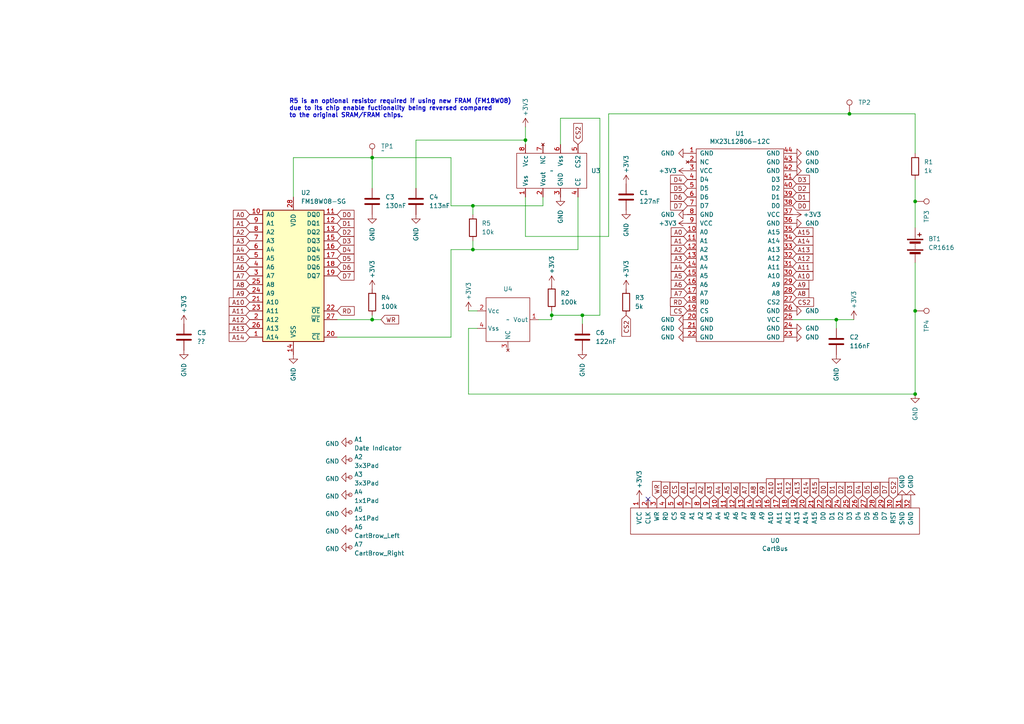
<source format=kicad_sch>
(kicad_sch (version 20230121) (generator eeschema)

  (uuid 50e99dab-89dc-4b3c-82e2-9cd524a3b447)

  (paper "A4")

  (lib_symbols
    (symbol "AGB-E02-20-rescue:+3.3V-power" (power) (pin_names (offset 0)) (in_bom yes) (on_board yes)
      (property "Reference" "#PWR" (at 0 -3.81 0)
        (effects (font (size 1.27 1.27)) hide)
      )
      (property "Value" "AGB-E02-20-rescue_+3.3V-power" (at 0 3.556 0)
        (effects (font (size 1.27 1.27)))
      )
      (property "Footprint" "" (at 0 0 0)
        (effects (font (size 1.27 1.27)) hide)
      )
      (property "Datasheet" "" (at 0 0 0)
        (effects (font (size 1.27 1.27)) hide)
      )
      (symbol "+3.3V-power_0_1"
        (polyline
          (pts
            (xy -0.762 1.27)
            (xy 0 2.54)
          )
          (stroke (width 0) (type solid))
          (fill (type none))
        )
        (polyline
          (pts
            (xy 0 0)
            (xy 0 2.54)
          )
          (stroke (width 0) (type solid))
          (fill (type none))
        )
        (polyline
          (pts
            (xy 0 2.54)
            (xy 0.762 1.27)
          )
          (stroke (width 0) (type solid))
          (fill (type none))
        )
      )
      (symbol "+3.3V-power_1_1"
        (pin power_in line (at 0 0 90) (length 0) hide
          (name "+3V3" (effects (font (size 1.27 1.27))))
          (number "1" (effects (font (size 1.27 1.27))))
        )
      )
    )
    (symbol "AGB-E02-20-rescue:GND-power" (power) (pin_names (offset 0)) (in_bom yes) (on_board yes)
      (property "Reference" "#PWR" (at 0 -6.35 0)
        (effects (font (size 1.27 1.27)) hide)
      )
      (property "Value" "AGB-E02-20-rescue_GND-power" (at 0 -3.81 0)
        (effects (font (size 1.27 1.27)))
      )
      (property "Footprint" "" (at 0 0 0)
        (effects (font (size 1.27 1.27)) hide)
      )
      (property "Datasheet" "" (at 0 0 0)
        (effects (font (size 1.27 1.27)) hide)
      )
      (symbol "GND-power_0_1"
        (polyline
          (pts
            (xy 0 0)
            (xy 0 -1.27)
            (xy 1.27 -1.27)
            (xy 0 -2.54)
            (xy -1.27 -1.27)
            (xy 0 -1.27)
          )
          (stroke (width 0) (type solid))
          (fill (type none))
        )
      )
      (symbol "GND-power_1_1"
        (pin power_in line (at 0 0 270) (length 0) hide
          (name "GND" (effects (font (size 1.27 1.27))))
          (number "1" (effects (font (size 1.27 1.27))))
        )
      )
    )
    (symbol "Connector:TestPoint" (pin_numbers hide) (pin_names (offset 0.762) hide) (in_bom yes) (on_board yes)
      (property "Reference" "TP" (at 0 6.858 0)
        (effects (font (size 1.27 1.27)))
      )
      (property "Value" "TestPoint" (at 0 5.08 0)
        (effects (font (size 1.27 1.27)))
      )
      (property "Footprint" "" (at 5.08 0 0)
        (effects (font (size 1.27 1.27)) hide)
      )
      (property "Datasheet" "~" (at 5.08 0 0)
        (effects (font (size 1.27 1.27)) hide)
      )
      (property "ki_keywords" "test point tp" (at 0 0 0)
        (effects (font (size 1.27 1.27)) hide)
      )
      (property "ki_description" "test point" (at 0 0 0)
        (effects (font (size 1.27 1.27)) hide)
      )
      (property "ki_fp_filters" "Pin* Test*" (at 0 0 0)
        (effects (font (size 1.27 1.27)) hide)
      )
      (symbol "TestPoint_0_1"
        (circle (center 0 3.302) (radius 0.762)
          (stroke (width 0) (type default))
          (fill (type none))
        )
      )
      (symbol "TestPoint_1_1"
        (pin passive line (at 0 0 90) (length 2.54)
          (name "1" (effects (font (size 1.27 1.27))))
          (number "1" (effects (font (size 1.27 1.27))))
        )
      )
    )
    (symbol "Connector:TestPoint_Small" (pin_numbers hide) (pin_names (offset 0.762) hide) (in_bom yes) (on_board yes)
      (property "Reference" "TP" (at 0 3.81 0)
        (effects (font (size 1.27 1.27)))
      )
      (property "Value" "TestPoint_Small" (at 0 2.032 0)
        (effects (font (size 1.27 1.27)))
      )
      (property "Footprint" "" (at 5.08 0 0)
        (effects (font (size 1.27 1.27)) hide)
      )
      (property "Datasheet" "~" (at 5.08 0 0)
        (effects (font (size 1.27 1.27)) hide)
      )
      (property "ki_keywords" "test point tp" (at 0 0 0)
        (effects (font (size 1.27 1.27)) hide)
      )
      (property "ki_description" "test point" (at 0 0 0)
        (effects (font (size 1.27 1.27)) hide)
      )
      (property "ki_fp_filters" "Pin* Test*" (at 0 0 0)
        (effects (font (size 1.27 1.27)) hide)
      )
      (symbol "TestPoint_Small_0_1"
        (circle (center 0 0) (radius 0.508)
          (stroke (width 0) (type default))
          (fill (type none))
        )
      )
      (symbol "TestPoint_Small_1_1"
        (pin passive line (at 0 0 90) (length 0)
          (name "1" (effects (font (size 1.27 1.27))))
          (number "1" (effects (font (size 1.27 1.27))))
        )
      )
    )
    (symbol "Device:Battery" (pin_numbers hide) (pin_names (offset 0) hide) (in_bom yes) (on_board yes)
      (property "Reference" "BT" (at 2.54 2.54 0)
        (effects (font (size 1.27 1.27)) (justify left))
      )
      (property "Value" "Battery" (at 2.54 0 0)
        (effects (font (size 1.27 1.27)) (justify left))
      )
      (property "Footprint" "" (at 0 1.524 90)
        (effects (font (size 1.27 1.27)) hide)
      )
      (property "Datasheet" "~" (at 0 1.524 90)
        (effects (font (size 1.27 1.27)) hide)
      )
      (property "ki_keywords" "batt voltage-source cell" (at 0 0 0)
        (effects (font (size 1.27 1.27)) hide)
      )
      (property "ki_description" "Multiple-cell battery" (at 0 0 0)
        (effects (font (size 1.27 1.27)) hide)
      )
      (symbol "Battery_0_1"
        (rectangle (start -2.286 -1.27) (end 2.286 -1.524)
          (stroke (width 0) (type default))
          (fill (type outline))
        )
        (rectangle (start -2.286 1.778) (end 2.286 1.524)
          (stroke (width 0) (type default))
          (fill (type outline))
        )
        (rectangle (start -1.524 -2.032) (end 1.524 -2.54)
          (stroke (width 0) (type default))
          (fill (type outline))
        )
        (rectangle (start -1.524 1.016) (end 1.524 0.508)
          (stroke (width 0) (type default))
          (fill (type outline))
        )
        (polyline
          (pts
            (xy 0 -1.016)
            (xy 0 -0.762)
          )
          (stroke (width 0) (type default))
          (fill (type none))
        )
        (polyline
          (pts
            (xy 0 -0.508)
            (xy 0 -0.254)
          )
          (stroke (width 0) (type default))
          (fill (type none))
        )
        (polyline
          (pts
            (xy 0 0)
            (xy 0 0.254)
          )
          (stroke (width 0) (type default))
          (fill (type none))
        )
        (polyline
          (pts
            (xy 0 1.778)
            (xy 0 2.54)
          )
          (stroke (width 0) (type default))
          (fill (type none))
        )
        (polyline
          (pts
            (xy 0.762 3.048)
            (xy 1.778 3.048)
          )
          (stroke (width 0.254) (type default))
          (fill (type none))
        )
        (polyline
          (pts
            (xy 1.27 3.556)
            (xy 1.27 2.54)
          )
          (stroke (width 0.254) (type default))
          (fill (type none))
        )
      )
      (symbol "Battery_1_1"
        (pin passive line (at 0 5.08 270) (length 2.54)
          (name "+" (effects (font (size 1.27 1.27))))
          (number "1" (effects (font (size 1.27 1.27))))
        )
        (pin passive line (at 0 -5.08 90) (length 2.54)
          (name "-" (effects (font (size 1.27 1.27))))
          (number "2" (effects (font (size 1.27 1.27))))
        )
      )
    )
    (symbol "Device:C" (pin_numbers hide) (pin_names (offset 0.254)) (in_bom yes) (on_board yes)
      (property "Reference" "C" (at 0.635 2.54 0)
        (effects (font (size 1.27 1.27)) (justify left))
      )
      (property "Value" "C" (at 0.635 -2.54 0)
        (effects (font (size 1.27 1.27)) (justify left))
      )
      (property "Footprint" "" (at 0.9652 -3.81 0)
        (effects (font (size 1.27 1.27)) hide)
      )
      (property "Datasheet" "~" (at 0 0 0)
        (effects (font (size 1.27 1.27)) hide)
      )
      (property "ki_keywords" "cap capacitor" (at 0 0 0)
        (effects (font (size 1.27 1.27)) hide)
      )
      (property "ki_description" "Unpolarized capacitor" (at 0 0 0)
        (effects (font (size 1.27 1.27)) hide)
      )
      (property "ki_fp_filters" "C_*" (at 0 0 0)
        (effects (font (size 1.27 1.27)) hide)
      )
      (symbol "C_0_1"
        (polyline
          (pts
            (xy -2.032 -0.762)
            (xy 2.032 -0.762)
          )
          (stroke (width 0.508) (type default))
          (fill (type none))
        )
        (polyline
          (pts
            (xy -2.032 0.762)
            (xy 2.032 0.762)
          )
          (stroke (width 0.508) (type default))
          (fill (type none))
        )
      )
      (symbol "C_1_1"
        (pin passive line (at 0 3.81 270) (length 2.794)
          (name "~" (effects (font (size 1.27 1.27))))
          (number "1" (effects (font (size 1.27 1.27))))
        )
        (pin passive line (at 0 -3.81 90) (length 2.794)
          (name "~" (effects (font (size 1.27 1.27))))
          (number "2" (effects (font (size 1.27 1.27))))
        )
      )
    )
    (symbol "Device:R" (pin_numbers hide) (pin_names (offset 0)) (in_bom yes) (on_board yes)
      (property "Reference" "R" (at 2.032 0 90)
        (effects (font (size 1.27 1.27)))
      )
      (property "Value" "R" (at 0 0 90)
        (effects (font (size 1.27 1.27)))
      )
      (property "Footprint" "" (at -1.778 0 90)
        (effects (font (size 1.27 1.27)) hide)
      )
      (property "Datasheet" "~" (at 0 0 0)
        (effects (font (size 1.27 1.27)) hide)
      )
      (property "ki_keywords" "R res resistor" (at 0 0 0)
        (effects (font (size 1.27 1.27)) hide)
      )
      (property "ki_description" "Resistor" (at 0 0 0)
        (effects (font (size 1.27 1.27)) hide)
      )
      (property "ki_fp_filters" "R_*" (at 0 0 0)
        (effects (font (size 1.27 1.27)) hide)
      )
      (symbol "R_0_1"
        (rectangle (start -1.016 -2.54) (end 1.016 2.54)
          (stroke (width 0.254) (type default))
          (fill (type none))
        )
      )
      (symbol "R_1_1"
        (pin passive line (at 0 3.81 270) (length 1.27)
          (name "~" (effects (font (size 1.27 1.27))))
          (number "1" (effects (font (size 1.27 1.27))))
        )
        (pin passive line (at 0 -3.81 90) (length 1.27)
          (name "~" (effects (font (size 1.27 1.27))))
          (number "2" (effects (font (size 1.27 1.27))))
        )
      )
    )
    (symbol "Gameboy:CartBus" (pin_names (offset 1.016)) (in_bom yes) (on_board yes)
      (property "Reference" "U?" (at 24.13 -11.43 0)
        (effects (font (size 1.27 1.27)))
      )
      (property "Value" "Gameboy_CartBus" (at 24.13 -8.89 0)
        (effects (font (size 1.27 1.27)))
      )
      (property "Footprint" "" (at 0 0 0)
        (effects (font (size 1.27 1.27)) hide)
      )
      (property "Datasheet" "" (at 0 0 0)
        (effects (font (size 1.27 1.27)) hide)
      )
      (symbol "CartBus_0_1"
        (rectangle (start 66.04 0) (end -17.78 -7.62)
          (stroke (width 0) (type solid))
          (fill (type none))
        )
      )
      (symbol "CartBus_1_1"
        (pin unspecified line (at -15.24 2.54 270) (length 2.54)
          (name "VCC" (effects (font (size 1.27 1.27))))
          (number "1" (effects (font (size 1.27 1.27))))
        )
        (pin unspecified line (at 7.62 2.54 270) (length 2.54)
          (name "A4" (effects (font (size 1.27 1.27))))
          (number "10" (effects (font (size 1.27 1.27))))
        )
        (pin unspecified line (at 10.16 2.54 270) (length 2.54)
          (name "A5" (effects (font (size 1.27 1.27))))
          (number "11" (effects (font (size 1.27 1.27))))
        )
        (pin unspecified line (at 12.7 2.54 270) (length 2.54)
          (name "A6" (effects (font (size 1.27 1.27))))
          (number "12" (effects (font (size 1.27 1.27))))
        )
        (pin unspecified line (at 15.24 2.54 270) (length 2.54)
          (name "A7" (effects (font (size 1.27 1.27))))
          (number "13" (effects (font (size 1.27 1.27))))
        )
        (pin unspecified line (at 17.78 2.54 270) (length 2.54)
          (name "A8" (effects (font (size 1.27 1.27))))
          (number "14" (effects (font (size 1.27 1.27))))
        )
        (pin unspecified line (at 20.32 2.54 270) (length 2.54)
          (name "A9" (effects (font (size 1.27 1.27))))
          (number "15" (effects (font (size 1.27 1.27))))
        )
        (pin unspecified line (at 22.86 2.54 270) (length 2.54)
          (name "A10" (effects (font (size 1.27 1.27))))
          (number "16" (effects (font (size 1.27 1.27))))
        )
        (pin unspecified line (at 25.4 2.54 270) (length 2.54)
          (name "A11" (effects (font (size 1.27 1.27))))
          (number "17" (effects (font (size 1.27 1.27))))
        )
        (pin unspecified line (at 27.94 2.54 270) (length 2.54)
          (name "A12" (effects (font (size 1.27 1.27))))
          (number "18" (effects (font (size 1.27 1.27))))
        )
        (pin unspecified line (at 30.48 2.54 270) (length 2.54)
          (name "A13" (effects (font (size 1.27 1.27))))
          (number "19" (effects (font (size 1.27 1.27))))
        )
        (pin unspecified line (at -12.7 2.54 270) (length 2.54)
          (name "CLK~{}" (effects (font (size 1.27 1.27))))
          (number "2" (effects (font (size 1.27 1.27))))
        )
        (pin unspecified line (at 33.02 2.54 270) (length 2.54)
          (name "A14" (effects (font (size 1.27 1.27))))
          (number "20" (effects (font (size 1.27 1.27))))
        )
        (pin unspecified line (at 35.56 2.54 270) (length 2.54)
          (name "A15" (effects (font (size 1.27 1.27))))
          (number "21" (effects (font (size 1.27 1.27))))
        )
        (pin unspecified line (at 38.1 2.54 270) (length 2.54)
          (name "D0" (effects (font (size 1.27 1.27))))
          (number "22" (effects (font (size 1.27 1.27))))
        )
        (pin unspecified line (at 40.64 2.54 270) (length 2.54)
          (name "D1" (effects (font (size 1.27 1.27))))
          (number "23" (effects (font (size 1.27 1.27))))
        )
        (pin unspecified line (at 43.18 2.54 270) (length 2.54)
          (name "D2" (effects (font (size 1.27 1.27))))
          (number "24" (effects (font (size 1.27 1.27))))
        )
        (pin unspecified line (at 45.72 2.54 270) (length 2.54)
          (name "D3" (effects (font (size 1.27 1.27))))
          (number "25" (effects (font (size 1.27 1.27))))
        )
        (pin unspecified line (at 48.26 2.54 270) (length 2.54)
          (name "D4" (effects (font (size 1.27 1.27))))
          (number "26" (effects (font (size 1.27 1.27))))
        )
        (pin unspecified line (at 50.8 2.54 270) (length 2.54)
          (name "D5" (effects (font (size 1.27 1.27))))
          (number "27" (effects (font (size 1.27 1.27))))
        )
        (pin unspecified line (at 53.34 2.54 270) (length 2.54)
          (name "D6" (effects (font (size 1.27 1.27))))
          (number "28" (effects (font (size 1.27 1.27))))
        )
        (pin unspecified line (at 55.88 2.54 270) (length 2.54)
          (name "D7" (effects (font (size 1.27 1.27))))
          (number "29" (effects (font (size 1.27 1.27))))
        )
        (pin unspecified line (at -10.16 2.54 270) (length 2.54)
          (name "WR" (effects (font (size 1.27 1.27))))
          (number "3" (effects (font (size 1.27 1.27))))
        )
        (pin unspecified line (at 58.42 2.54 270) (length 2.54)
          (name "RST" (effects (font (size 1.27 1.27))))
          (number "30" (effects (font (size 1.27 1.27))))
        )
        (pin unspecified line (at 60.96 2.54 270) (length 2.54)
          (name "SND" (effects (font (size 1.27 1.27))))
          (number "31" (effects (font (size 1.27 1.27))))
        )
        (pin unspecified line (at 63.5 2.54 270) (length 2.54)
          (name "GND" (effects (font (size 1.27 1.27))))
          (number "32" (effects (font (size 1.27 1.27))))
        )
        (pin unspecified line (at -7.62 2.54 270) (length 2.54)
          (name "RD" (effects (font (size 1.27 1.27))))
          (number "4" (effects (font (size 1.27 1.27))))
        )
        (pin unspecified line (at -5.08 2.54 270) (length 2.54)
          (name "CS" (effects (font (size 1.27 1.27))))
          (number "5" (effects (font (size 1.27 1.27))))
        )
        (pin unspecified line (at -2.54 2.54 270) (length 2.54)
          (name "A0" (effects (font (size 1.27 1.27))))
          (number "6" (effects (font (size 1.27 1.27))))
        )
        (pin unspecified line (at 0 2.54 270) (length 2.54)
          (name "A1" (effects (font (size 1.27 1.27))))
          (number "7" (effects (font (size 1.27 1.27))))
        )
        (pin unspecified line (at 2.54 2.54 270) (length 2.54)
          (name "A2" (effects (font (size 1.27 1.27))))
          (number "8" (effects (font (size 1.27 1.27))))
        )
        (pin unspecified line (at 5.08 2.54 270) (length 2.54)
          (name "A3" (effects (font (size 1.27 1.27))))
          (number "9" (effects (font (size 1.27 1.27))))
        )
      )
    )
    (symbol "HDR_Symbols:MX23L12806-12C" (pin_names (offset 1.016)) (in_bom yes) (on_board yes)
      (property "Reference" "U1" (at 0 3.175 0)
        (effects (font (size 1.27 1.27)))
      )
      (property "Value" "MX23L12806-12C" (at 0 0.8636 0)
        (effects (font (size 1.27 1.27)))
      )
      (property "Footprint" "NintendoFootprints:AGB-TSOP-II-44_10.16x18.41mm_P0.8mm" (at 0 0 0)
        (effects (font (size 1.27 1.27)) hide)
      )
      (property "Datasheet" "" (at 0 0 0)
        (effects (font (size 1.27 1.27)) hide)
      )
      (symbol "MX23L12806-12C_0_1"
        (rectangle (start -12.7 -1.27) (end 12.7 -57.15)
          (stroke (width 0) (type solid))
          (fill (type none))
        )
      )
      (symbol "MX23L12806-12C_1_1"
        (pin unspecified line (at -15.24 -2.54 0) (length 2.54)
          (name "GND" (effects (font (size 1.27 1.27))))
          (number "1" (effects (font (size 1.27 1.27))))
        )
        (pin unspecified line (at -15.24 -25.4 0) (length 2.54)
          (name "A0" (effects (font (size 1.27 1.27))))
          (number "10" (effects (font (size 1.27 1.27))))
        )
        (pin unspecified line (at -15.24 -27.94 0) (length 2.54)
          (name "A1" (effects (font (size 1.27 1.27))))
          (number "11" (effects (font (size 1.27 1.27))))
        )
        (pin unspecified line (at -15.24 -30.48 0) (length 2.54)
          (name "A2" (effects (font (size 1.27 1.27))))
          (number "12" (effects (font (size 1.27 1.27))))
        )
        (pin unspecified line (at -15.24 -33.02 0) (length 2.54)
          (name "A3" (effects (font (size 1.27 1.27))))
          (number "13" (effects (font (size 1.27 1.27))))
        )
        (pin unspecified line (at -15.24 -35.56 0) (length 2.54)
          (name "A4" (effects (font (size 1.27 1.27))))
          (number "14" (effects (font (size 1.27 1.27))))
        )
        (pin unspecified line (at -15.24 -38.1 0) (length 2.54)
          (name "A5" (effects (font (size 1.27 1.27))))
          (number "15" (effects (font (size 1.27 1.27))))
        )
        (pin unspecified line (at -15.24 -40.64 0) (length 2.54)
          (name "A6" (effects (font (size 1.27 1.27))))
          (number "16" (effects (font (size 1.27 1.27))))
        )
        (pin unspecified line (at -15.24 -43.18 0) (length 2.54)
          (name "A7" (effects (font (size 1.27 1.27))))
          (number "17" (effects (font (size 1.27 1.27))))
        )
        (pin unspecified line (at -15.24 -45.72 0) (length 2.54)
          (name "RD" (effects (font (size 1.27 1.27))))
          (number "18" (effects (font (size 1.27 1.27))))
        )
        (pin unspecified line (at -15.24 -48.26 0) (length 2.54)
          (name "CS" (effects (font (size 1.27 1.27))))
          (number "19" (effects (font (size 1.27 1.27))))
        )
        (pin no_connect line (at -15.24 -5.08 0) (length 2.54)
          (name "NC" (effects (font (size 1.27 1.27))))
          (number "2" (effects (font (size 1.27 1.27))))
        )
        (pin unspecified line (at -15.24 -50.8 0) (length 2.54)
          (name "GND" (effects (font (size 1.27 1.27))))
          (number "20" (effects (font (size 1.27 1.27))))
        )
        (pin unspecified line (at -15.24 -53.34 0) (length 2.54)
          (name "GND" (effects (font (size 1.27 1.27))))
          (number "21" (effects (font (size 1.27 1.27))))
        )
        (pin unspecified line (at -15.24 -55.88 0) (length 2.54)
          (name "GND" (effects (font (size 1.27 1.27))))
          (number "22" (effects (font (size 1.27 1.27))))
        )
        (pin unspecified line (at 15.24 -55.88 180) (length 2.54)
          (name "GND" (effects (font (size 1.27 1.27))))
          (number "23" (effects (font (size 1.27 1.27))))
        )
        (pin unspecified line (at 15.24 -53.34 180) (length 2.54)
          (name "GND" (effects (font (size 1.27 1.27))))
          (number "24" (effects (font (size 1.27 1.27))))
        )
        (pin unspecified line (at 15.24 -50.8 180) (length 2.54)
          (name "VCC" (effects (font (size 1.27 1.27))))
          (number "25" (effects (font (size 1.27 1.27))))
        )
        (pin unspecified line (at 15.24 -48.26 180) (length 2.54)
          (name "GND" (effects (font (size 1.27 1.27))))
          (number "26" (effects (font (size 1.27 1.27))))
        )
        (pin unspecified line (at 15.24 -45.72 180) (length 2.54)
          (name "CS2" (effects (font (size 1.27 1.27))))
          (number "27" (effects (font (size 1.27 1.27))))
        )
        (pin unspecified line (at 15.24 -43.18 180) (length 2.54)
          (name "A8" (effects (font (size 1.27 1.27))))
          (number "28" (effects (font (size 1.27 1.27))))
        )
        (pin unspecified line (at 15.24 -40.64 180) (length 2.54)
          (name "A9" (effects (font (size 1.27 1.27))))
          (number "29" (effects (font (size 1.27 1.27))))
        )
        (pin unspecified line (at -15.24 -7.62 0) (length 2.54)
          (name "VCC" (effects (font (size 1.27 1.27))))
          (number "3" (effects (font (size 1.27 1.27))))
        )
        (pin unspecified line (at 15.24 -38.1 180) (length 2.54)
          (name "A10" (effects (font (size 1.27 1.27))))
          (number "30" (effects (font (size 1.27 1.27))))
        )
        (pin unspecified line (at 15.24 -35.56 180) (length 2.54)
          (name "A11" (effects (font (size 1.27 1.27))))
          (number "31" (effects (font (size 1.27 1.27))))
        )
        (pin unspecified line (at 15.24 -33.02 180) (length 2.54)
          (name "A12" (effects (font (size 1.27 1.27))))
          (number "32" (effects (font (size 1.27 1.27))))
        )
        (pin unspecified line (at 15.24 -30.48 180) (length 2.54)
          (name "A13" (effects (font (size 1.27 1.27))))
          (number "33" (effects (font (size 1.27 1.27))))
        )
        (pin unspecified line (at 15.24 -27.94 180) (length 2.54)
          (name "A14" (effects (font (size 1.27 1.27))))
          (number "34" (effects (font (size 1.27 1.27))))
        )
        (pin unspecified line (at 15.24 -25.4 180) (length 2.54)
          (name "A15" (effects (font (size 1.27 1.27))))
          (number "35" (effects (font (size 1.27 1.27))))
        )
        (pin unspecified line (at 15.24 -22.86 180) (length 2.54)
          (name "GND" (effects (font (size 1.27 1.27))))
          (number "36" (effects (font (size 1.27 1.27))))
        )
        (pin unspecified line (at 15.24 -20.32 180) (length 2.54)
          (name "VCC" (effects (font (size 1.27 1.27))))
          (number "37" (effects (font (size 1.27 1.27))))
        )
        (pin unspecified line (at 15.24 -17.78 180) (length 2.54)
          (name "D0" (effects (font (size 1.27 1.27))))
          (number "38" (effects (font (size 1.27 1.27))))
        )
        (pin unspecified line (at 15.24 -15.24 180) (length 2.54)
          (name "D1" (effects (font (size 1.27 1.27))))
          (number "39" (effects (font (size 1.27 1.27))))
        )
        (pin unspecified line (at -15.24 -10.16 0) (length 2.54)
          (name "D4" (effects (font (size 1.27 1.27))))
          (number "4" (effects (font (size 1.27 1.27))))
        )
        (pin unspecified line (at 15.24 -12.7 180) (length 2.54)
          (name "D2" (effects (font (size 1.27 1.27))))
          (number "40" (effects (font (size 1.27 1.27))))
        )
        (pin unspecified line (at 15.24 -10.16 180) (length 2.54)
          (name "D3" (effects (font (size 1.27 1.27))))
          (number "41" (effects (font (size 1.27 1.27))))
        )
        (pin unspecified line (at 15.24 -7.62 180) (length 2.54)
          (name "GND" (effects (font (size 1.27 1.27))))
          (number "42" (effects (font (size 1.27 1.27))))
        )
        (pin unspecified line (at 15.24 -5.08 180) (length 2.54)
          (name "GND" (effects (font (size 1.27 1.27))))
          (number "43" (effects (font (size 1.27 1.27))))
        )
        (pin unspecified line (at 15.24 -2.54 180) (length 2.54)
          (name "GND" (effects (font (size 1.27 1.27))))
          (number "44" (effects (font (size 1.27 1.27))))
        )
        (pin unspecified line (at -15.24 -12.7 0) (length 2.54)
          (name "D5" (effects (font (size 1.27 1.27))))
          (number "5" (effects (font (size 1.27 1.27))))
        )
        (pin unspecified line (at -15.24 -15.24 0) (length 2.54)
          (name "D6" (effects (font (size 1.27 1.27))))
          (number "6" (effects (font (size 1.27 1.27))))
        )
        (pin unspecified line (at -15.24 -17.78 0) (length 2.54)
          (name "D7" (effects (font (size 1.27 1.27))))
          (number "7" (effects (font (size 1.27 1.27))))
        )
        (pin unspecified line (at -15.24 -20.32 0) (length 2.54)
          (name "GND" (effects (font (size 1.27 1.27))))
          (number "8" (effects (font (size 1.27 1.27))))
        )
        (pin unspecified line (at -15.24 -22.86 0) (length 2.54)
          (name "VCC" (effects (font (size 1.27 1.27))))
          (number "9" (effects (font (size 1.27 1.27))))
        )
      )
    )
    (symbol "Memory_NVRAM:FM18W08-SG" (pin_names (offset 1.016)) (in_bom yes) (on_board yes)
      (property "Reference" "U" (at -7.62 20.32 0)
        (effects (font (size 1.27 1.27)))
      )
      (property "Value" "FM18W08-SG" (at 1.27 20.32 0)
        (effects (font (size 1.27 1.27)) (justify left))
      )
      (property "Footprint" "Package_SO:SOIC-28W_7.5x17.9mm_P1.27mm" (at 0 0 0)
        (effects (font (size 1.27 1.27)) hide)
      )
      (property "Datasheet" "http://www.cypress.com/file/136521/download" (at 0 0 0)
        (effects (font (size 1.27 1.27)) hide)
      )
      (property "ki_keywords" "FRAM 5V Parallel" (at 0 0 0)
        (effects (font (size 1.27 1.27)) hide)
      )
      (property "ki_description" "256k FRAM nonvolatile memory, SOIC-28" (at 0 0 0)
        (effects (font (size 1.27 1.27)) hide)
      )
      (property "ki_fp_filters" "SOIC*7.5x17.9mm*P1.27mm*" (at 0 0 0)
        (effects (font (size 1.27 1.27)) hide)
      )
      (symbol "FM18W08-SG_0_1"
        (rectangle (start -8.89 19.05) (end 8.89 -19.05)
          (stroke (width 0.254) (type default))
          (fill (type background))
        )
      )
      (symbol "FM18W08-SG_1_1"
        (pin input line (at -12.7 -17.78 0) (length 3.81)
          (name "A14" (effects (font (size 1.27 1.27))))
          (number "1" (effects (font (size 1.27 1.27))))
        )
        (pin input line (at -12.7 17.78 0) (length 3.81)
          (name "A0" (effects (font (size 1.27 1.27))))
          (number "10" (effects (font (size 1.27 1.27))))
        )
        (pin bidirectional line (at 12.7 17.78 180) (length 3.81)
          (name "DQ0" (effects (font (size 1.27 1.27))))
          (number "11" (effects (font (size 1.27 1.27))))
        )
        (pin bidirectional line (at 12.7 15.24 180) (length 3.81)
          (name "DQ1" (effects (font (size 1.27 1.27))))
          (number "12" (effects (font (size 1.27 1.27))))
        )
        (pin bidirectional line (at 12.7 12.7 180) (length 3.81)
          (name "DQ2" (effects (font (size 1.27 1.27))))
          (number "13" (effects (font (size 1.27 1.27))))
        )
        (pin power_in line (at 0 -22.86 90) (length 3.81)
          (name "VSS" (effects (font (size 1.27 1.27))))
          (number "14" (effects (font (size 1.27 1.27))))
        )
        (pin bidirectional line (at 12.7 10.16 180) (length 3.81)
          (name "DQ3" (effects (font (size 1.27 1.27))))
          (number "15" (effects (font (size 1.27 1.27))))
        )
        (pin bidirectional line (at 12.7 7.62 180) (length 3.81)
          (name "DQ4" (effects (font (size 1.27 1.27))))
          (number "16" (effects (font (size 1.27 1.27))))
        )
        (pin bidirectional line (at 12.7 5.08 180) (length 3.81)
          (name "DQ5" (effects (font (size 1.27 1.27))))
          (number "17" (effects (font (size 1.27 1.27))))
        )
        (pin bidirectional line (at 12.7 2.54 180) (length 3.81)
          (name "DQ6" (effects (font (size 1.27 1.27))))
          (number "18" (effects (font (size 1.27 1.27))))
        )
        (pin bidirectional line (at 12.7 0 180) (length 3.81)
          (name "DQ7" (effects (font (size 1.27 1.27))))
          (number "19" (effects (font (size 1.27 1.27))))
        )
        (pin input line (at -12.7 -12.7 0) (length 3.81)
          (name "A12" (effects (font (size 1.27 1.27))))
          (number "2" (effects (font (size 1.27 1.27))))
        )
        (pin input line (at 12.7 -17.78 180) (length 3.81)
          (name "~{CE}" (effects (font (size 1.27 1.27))))
          (number "20" (effects (font (size 1.27 1.27))))
        )
        (pin input line (at -12.7 -7.62 0) (length 3.81)
          (name "A10" (effects (font (size 1.27 1.27))))
          (number "21" (effects (font (size 1.27 1.27))))
        )
        (pin input line (at 12.7 -10.16 180) (length 3.81)
          (name "~{OE}" (effects (font (size 1.27 1.27))))
          (number "22" (effects (font (size 1.27 1.27))))
        )
        (pin input line (at -12.7 -10.16 0) (length 3.81)
          (name "A11" (effects (font (size 1.27 1.27))))
          (number "23" (effects (font (size 1.27 1.27))))
        )
        (pin input line (at -12.7 -5.08 0) (length 3.81)
          (name "A9" (effects (font (size 1.27 1.27))))
          (number "24" (effects (font (size 1.27 1.27))))
        )
        (pin input line (at -12.7 -2.54 0) (length 3.81)
          (name "A8" (effects (font (size 1.27 1.27))))
          (number "25" (effects (font (size 1.27 1.27))))
        )
        (pin input line (at -12.7 -15.24 0) (length 3.81)
          (name "A13" (effects (font (size 1.27 1.27))))
          (number "26" (effects (font (size 1.27 1.27))))
        )
        (pin input line (at 12.7 -12.7 180) (length 3.81)
          (name "~{WE}" (effects (font (size 1.27 1.27))))
          (number "27" (effects (font (size 1.27 1.27))))
        )
        (pin power_in line (at 0 22.86 270) (length 3.81)
          (name "VDD" (effects (font (size 1.27 1.27))))
          (number "28" (effects (font (size 1.27 1.27))))
        )
        (pin input line (at -12.7 0 0) (length 3.81)
          (name "A7" (effects (font (size 1.27 1.27))))
          (number "3" (effects (font (size 1.27 1.27))))
        )
        (pin input line (at -12.7 2.54 0) (length 3.81)
          (name "A6" (effects (font (size 1.27 1.27))))
          (number "4" (effects (font (size 1.27 1.27))))
        )
        (pin input line (at -12.7 5.08 0) (length 3.81)
          (name "A5" (effects (font (size 1.27 1.27))))
          (number "5" (effects (font (size 1.27 1.27))))
        )
        (pin input line (at -12.7 7.62 0) (length 3.81)
          (name "A4" (effects (font (size 1.27 1.27))))
          (number "6" (effects (font (size 1.27 1.27))))
        )
        (pin input line (at -12.7 10.16 0) (length 3.81)
          (name "A3" (effects (font (size 1.27 1.27))))
          (number "7" (effects (font (size 1.27 1.27))))
        )
        (pin input line (at -12.7 12.7 0) (length 3.81)
          (name "A2" (effects (font (size 1.27 1.27))))
          (number "8" (effects (font (size 1.27 1.27))))
        )
        (pin input line (at -12.7 15.24 0) (length 3.81)
          (name "A1" (effects (font (size 1.27 1.27))))
          (number "9" (effects (font (size 1.27 1.27))))
        )
      )
    )
    (symbol "New_Library:BU9803F" (in_bom yes) (on_board yes)
      (property "Reference" "U3" (at 11.43 0 0)
        (effects (font (size 1.27 1.27)) (justify left))
      )
      (property "Value" "~" (at 0 0 0)
        (effects (font (size 1.27 1.27)))
      )
      (property "Footprint" "Package_SO:TSSOP-8_3x3mm_P0.65mm" (at 0 0 0)
        (effects (font (size 1.27 1.27)) hide)
      )
      (property "Datasheet" "" (at 0 0 0)
        (effects (font (size 1.27 1.27)) hide)
      )
      (symbol "BU9803F_0_1"
        (rectangle (start -10.16 5.08) (end 10.16 -5.08)
          (stroke (width 0) (type default))
          (fill (type none))
        )
      )
      (symbol "BU9803F_1_1"
        (pin input line (at -7.62 -7.62 90) (length 2.54)
          (name "Vss" (effects (font (size 1.27 1.27))))
          (number "1" (effects (font (size 1.27 1.27))))
        )
        (pin input line (at -2.54 -7.62 90) (length 2.54)
          (name "Vout" (effects (font (size 1.27 1.27))))
          (number "2" (effects (font (size 1.27 1.27))))
        )
        (pin input line (at 2.54 -7.62 90) (length 2.54)
          (name "GND" (effects (font (size 1.27 1.27))))
          (number "3" (effects (font (size 1.27 1.27))))
        )
        (pin input line (at 7.62 -7.62 90) (length 2.54)
          (name "CE" (effects (font (size 1.27 1.27))))
          (number "4" (effects (font (size 1.27 1.27))))
        )
        (pin input line (at 7.62 7.62 270) (length 2.54)
          (name "CS2" (effects (font (size 1.27 1.27))))
          (number "5" (effects (font (size 1.27 1.27))))
        )
        (pin input line (at 2.54 7.62 270) (length 2.54)
          (name "Vss" (effects (font (size 1.27 1.27))))
          (number "6" (effects (font (size 1.27 1.27))))
        )
        (pin no_connect line (at -2.54 7.62 270) (length 2.54)
          (name "NC" (effects (font (size 1.27 1.27))))
          (number "7" (effects (font (size 1.27 1.27))))
        )
        (pin input line (at -7.62 7.62 270) (length 2.54)
          (name "Vcc" (effects (font (size 1.27 1.27))))
          (number "8" (effects (font (size 1.27 1.27))))
        )
      )
    )
    (symbol "New_Library:PST3425" (in_bom yes) (on_board yes)
      (property "Reference" "U4" (at 0 5.08 0)
        (effects (font (size 1.27 1.27)))
      )
      (property "Value" "" (at 0 0 0)
        (effects (font (size 1.27 1.27)))
      )
      (property "Footprint" "" (at 0 0 0)
        (effects (font (size 1.27 1.27)) hide)
      )
      (property "Datasheet" "" (at 0 0 0)
        (effects (font (size 1.27 1.27)) hide)
      )
      (symbol "PST3425_0_1"
        (rectangle (start -6.35 6.35) (end 6.35 -6.35)
          (stroke (width 0) (type default))
          (fill (type none))
        )
      )
      (symbol "PST3425_1_1"
        (pin output line (at 8.89 0 180) (length 2.54)
          (name "Vout" (effects (font (size 1.27 1.27))))
          (number "1" (effects (font (size 1.27 1.27))))
        )
        (pin input line (at -8.89 2.54 0) (length 2.54)
          (name "Vcc" (effects (font (size 1.27 1.27))))
          (number "2" (effects (font (size 1.27 1.27))))
        )
        (pin no_connect line (at 0 -8.89 90) (length 2.54)
          (name "NC" (effects (font (size 1.27 1.27))))
          (number "3" (effects (font (size 1.27 1.27))))
        )
        (pin input line (at -8.89 -2.54 0) (length 2.54)
          (name "Vss" (effects (font (size 1.27 1.27))))
          (number "4" (effects (font (size 1.27 1.27))))
        )
      )
    )
    (symbol "power:GND" (power) (pin_names (offset 0)) (in_bom yes) (on_board yes)
      (property "Reference" "#PWR" (at 0 -6.35 0)
        (effects (font (size 1.27 1.27)) hide)
      )
      (property "Value" "GND" (at 0 -3.81 0)
        (effects (font (size 1.27 1.27)))
      )
      (property "Footprint" "" (at 0 0 0)
        (effects (font (size 1.27 1.27)) hide)
      )
      (property "Datasheet" "" (at 0 0 0)
        (effects (font (size 1.27 1.27)) hide)
      )
      (property "ki_keywords" "power-flag" (at 0 0 0)
        (effects (font (size 1.27 1.27)) hide)
      )
      (property "ki_description" "Power symbol creates a global label with name \"GND\" , ground" (at 0 0 0)
        (effects (font (size 1.27 1.27)) hide)
      )
      (symbol "GND_0_1"
        (polyline
          (pts
            (xy 0 0)
            (xy 0 -1.27)
            (xy 1.27 -1.27)
            (xy 0 -2.54)
            (xy -1.27 -1.27)
            (xy 0 -1.27)
          )
          (stroke (width 0) (type default))
          (fill (type none))
        )
      )
      (symbol "GND_1_1"
        (pin power_in line (at 0 0 270) (length 0) hide
          (name "GND" (effects (font (size 1.27 1.27))))
          (number "1" (effects (font (size 1.27 1.27))))
        )
      )
    )
  )

  (junction (at 137.16 72.39) (diameter 0) (color 0 0 0 0)
    (uuid 0f24d8c2-8420-43e8-b759-fc0268e0f0e3)
  )
  (junction (at 107.95 92.71) (diameter 0) (color 0 0 0 0)
    (uuid 1af79bd1-8863-421e-90cd-aa9fb838e519)
  )
  (junction (at 160.02 91.44) (diameter 0) (color 0 0 0 0)
    (uuid 1edc4c11-2c7e-49f0-a896-55bdd75ad226)
  )
  (junction (at 107.95 45.72) (diameter 0) (color 0 0 0 0)
    (uuid 43b06205-f169-41d7-8b63-01bf34b88b9d)
  )
  (junction (at 137.16 59.69) (diameter 0) (color 0 0 0 0)
    (uuid 50c0986b-aa8c-4618-81b9-33ee0a92eb49)
  )
  (junction (at 152.4 40.64) (diameter 0) (color 0 0 0 0)
    (uuid 785bf650-eb92-4442-bf69-1ec4e89a600f)
  )
  (junction (at 265.43 114.3) (diameter 0) (color 0 0 0 0)
    (uuid 8f5d6f6b-ad20-4e4a-83a1-bb2afa5d61de)
  )
  (junction (at 168.91 91.44) (diameter 0) (color 0 0 0 0)
    (uuid a0322711-fc19-412b-94c9-a92de0a16451)
  )
  (junction (at 265.43 58.42) (diameter 0) (color 0 0 0 0)
    (uuid bbbcdcae-37ca-4176-842a-8dbdb96f2592)
  )
  (junction (at 242.57 92.71) (diameter 0) (color 0 0 0 0)
    (uuid c64e1c70-89d0-490f-b637-d4709eb1362f)
  )
  (junction (at 246.38 33.02) (diameter 0) (color 0 0 0 0)
    (uuid c9b6ab4a-349d-40a2-a7b7-788fedfd3af9)
  )
  (junction (at 265.43 90.17) (diameter 0) (color 0 0 0 0)
    (uuid fad504b1-edf5-405c-9755-d583089e08f8)
  )

  (no_connect (at 187.96 144.78) (uuid 69ab9a46-d999-47ab-a02c-f9d3d8186d17))

  (wire (pts (xy 160.02 91.44) (xy 168.91 91.44))
    (stroke (width 0) (type default))
    (uuid 09485e14-3f0e-4468-90b4-0432664fc1fa)
  )
  (wire (pts (xy 242.57 92.71) (xy 242.57 95.25))
    (stroke (width 0) (type default))
    (uuid 0fd633a3-88da-4d53-93ee-2a75c6d3d7ec)
  )
  (wire (pts (xy 107.95 45.72) (xy 130.81 45.72))
    (stroke (width 0) (type default))
    (uuid 11d8e964-092b-464e-b172-82405d5c6867)
  )
  (wire (pts (xy 168.91 91.44) (xy 173.99 91.44))
    (stroke (width 0) (type default))
    (uuid 16370b00-d27a-4e20-9050-d6096cc2365a)
  )
  (wire (pts (xy 152.4 57.15) (xy 152.4 68.58))
    (stroke (width 0) (type default))
    (uuid 20ebcf51-e311-479b-be96-9ebd6e571b07)
  )
  (wire (pts (xy 135.89 95.25) (xy 135.89 114.3))
    (stroke (width 0) (type default))
    (uuid 22fe0c1c-8227-4848-b733-6ee032bfe3ac)
  )
  (wire (pts (xy 265.43 52.07) (xy 265.43 58.42))
    (stroke (width 0) (type default))
    (uuid 29463606-200b-4caa-8703-a0aa68bffad2)
  )
  (wire (pts (xy 265.43 33.02) (xy 265.43 44.45))
    (stroke (width 0) (type default))
    (uuid 2a61ce84-1a21-4d52-af42-7576632578be)
  )
  (wire (pts (xy 167.64 57.15) (xy 167.64 72.39))
    (stroke (width 0) (type default))
    (uuid 30934c9e-ddd0-4b13-bbb9-ba94b42f8f4d)
  )
  (wire (pts (xy 162.56 34.29) (xy 162.56 41.91))
    (stroke (width 0) (type default))
    (uuid 338f2d48-97d5-4901-9f77-8415ffe2ec66)
  )
  (wire (pts (xy 160.02 91.44) (xy 160.02 92.71))
    (stroke (width 0) (type default))
    (uuid 362efcb0-d12e-4c46-9413-5ba9bab4920d)
  )
  (wire (pts (xy 135.89 114.3) (xy 265.43 114.3))
    (stroke (width 0) (type default))
    (uuid 3ad3382b-0d6e-4c7c-8ecb-239df5aadb5f)
  )
  (wire (pts (xy 265.43 114.3) (xy 265.43 90.17))
    (stroke (width 0) (type default))
    (uuid 3d6c69aa-4880-4cf2-a6e6-2edfb7d8c067)
  )
  (wire (pts (xy 135.89 95.25) (xy 138.43 95.25))
    (stroke (width 0) (type default))
    (uuid 3f707f73-25ce-48e0-8228-b1009c154d19)
  )
  (wire (pts (xy 265.43 33.02) (xy 246.38 33.02))
    (stroke (width 0) (type default))
    (uuid 4385508e-d06d-4e45-bc33-5ca438b2bb35)
  )
  (wire (pts (xy 265.43 58.42) (xy 265.43 66.04))
    (stroke (width 0) (type default))
    (uuid 4e1f3719-f981-43df-9e87-9625b025a6ce)
  )
  (wire (pts (xy 265.43 76.2) (xy 265.43 90.17))
    (stroke (width 0) (type default))
    (uuid 4fa20816-8110-47c8-86a6-83e98a9564b3)
  )
  (wire (pts (xy 120.65 40.64) (xy 120.65 54.61))
    (stroke (width 0) (type default))
    (uuid 5447b393-5334-4957-8867-194ca459b63b)
  )
  (wire (pts (xy 152.4 40.64) (xy 120.65 40.64))
    (stroke (width 0) (type default))
    (uuid 5b3b37b9-3dbb-4c5f-8ac6-6cf8a1255f0d)
  )
  (wire (pts (xy 157.48 57.15) (xy 157.48 59.69))
    (stroke (width 0) (type default))
    (uuid 5d13f09d-54a9-4472-8980-10040640fa8f)
  )
  (wire (pts (xy 137.16 59.69) (xy 137.16 62.23))
    (stroke (width 0) (type default))
    (uuid 6af8ec4b-3eed-41c5-9871-15c5dc57f186)
  )
  (wire (pts (xy 176.53 68.58) (xy 152.4 68.58))
    (stroke (width 0) (type default))
    (uuid 744a9ada-98de-4cd8-ba1e-7d591d0db98e)
  )
  (wire (pts (xy 242.57 92.71) (xy 247.65 92.71))
    (stroke (width 0) (type default))
    (uuid 7752376d-5723-47d7-9eef-02bf65e76532)
  )
  (wire (pts (xy 173.99 91.44) (xy 173.99 34.29))
    (stroke (width 0) (type default))
    (uuid 858fe4fc-3090-4dbb-be0d-d1b4b9cc3823)
  )
  (wire (pts (xy 229.87 92.71) (xy 242.57 92.71))
    (stroke (width 0) (type default))
    (uuid 88649334-5296-4020-b631-3e83495d7931)
  )
  (wire (pts (xy 137.16 72.39) (xy 130.81 72.39))
    (stroke (width 0) (type default))
    (uuid 8fc578a7-4052-422b-b7f6-2179f566ab94)
  )
  (wire (pts (xy 152.4 40.64) (xy 152.4 41.91))
    (stroke (width 0) (type default))
    (uuid 909420a8-2072-4f5d-a4fe-e3ac1591c4a2)
  )
  (wire (pts (xy 107.95 45.72) (xy 107.95 54.61))
    (stroke (width 0) (type default))
    (uuid 9336fd3e-260f-44cc-b307-da51dd179ce6)
  )
  (wire (pts (xy 97.79 97.79) (xy 130.81 97.79))
    (stroke (width 0) (type default))
    (uuid 9cddff25-7696-4b8a-bf09-fa0cb999044f)
  )
  (wire (pts (xy 110.49 92.71) (xy 107.95 92.71))
    (stroke (width 0) (type default))
    (uuid a8f375c7-0fba-405b-9363-3dd556307810)
  )
  (wire (pts (xy 173.99 34.29) (xy 162.56 34.29))
    (stroke (width 0) (type default))
    (uuid a8f4ae8b-4576-4ff4-98b9-0dd5e3540c0b)
  )
  (wire (pts (xy 137.16 59.69) (xy 130.81 59.69))
    (stroke (width 0) (type default))
    (uuid aba6a4d0-7c53-448e-88cf-4e19bf85bb29)
  )
  (wire (pts (xy 152.4 36.83) (xy 152.4 40.64))
    (stroke (width 0) (type default))
    (uuid b065f8e0-85b6-41e5-a3f0-c91ccb7c3f41)
  )
  (wire (pts (xy 157.48 59.69) (xy 137.16 59.69))
    (stroke (width 0) (type default))
    (uuid b4af8880-a6a3-4e64-ba54-4354d9d97ae4)
  )
  (wire (pts (xy 176.53 33.02) (xy 176.53 68.58))
    (stroke (width 0) (type default))
    (uuid b623434f-89b8-42dc-84b1-4d3a7819e623)
  )
  (wire (pts (xy 85.09 45.72) (xy 85.09 57.15))
    (stroke (width 0) (type default))
    (uuid bdd2144c-1cd3-4ed8-b61a-35159b8d5324)
  )
  (wire (pts (xy 137.16 69.85) (xy 137.16 72.39))
    (stroke (width 0) (type default))
    (uuid c16a8207-eb38-4615-89ec-649109b7cd8a)
  )
  (wire (pts (xy 156.21 92.71) (xy 160.02 92.71))
    (stroke (width 0) (type default))
    (uuid c23fff8e-bb08-4a79-9175-2b6e6d57895e)
  )
  (wire (pts (xy 130.81 72.39) (xy 130.81 97.79))
    (stroke (width 0) (type default))
    (uuid c79595c0-bb3f-4cfe-abdf-f026a67cfc93)
  )
  (wire (pts (xy 167.64 72.39) (xy 137.16 72.39))
    (stroke (width 0) (type default))
    (uuid cddde75b-8281-400a-9bb2-5f0c0c96e35d)
  )
  (wire (pts (xy 135.89 90.17) (xy 138.43 90.17))
    (stroke (width 0) (type default))
    (uuid cfadde89-21c9-493d-b7d8-77e371e8d0bd)
  )
  (wire (pts (xy 130.81 59.69) (xy 130.81 45.72))
    (stroke (width 0) (type default))
    (uuid d3d8135a-239a-4d99-8bde-345aa260f4b4)
  )
  (wire (pts (xy 246.38 33.02) (xy 176.53 33.02))
    (stroke (width 0) (type default))
    (uuid dd314d9f-fb34-4bc4-b104-00e0ae5fcb06)
  )
  (wire (pts (xy 97.79 92.71) (xy 107.95 92.71))
    (stroke (width 0) (type default))
    (uuid e686e746-d232-42ed-b5f3-397ccabcc904)
  )
  (wire (pts (xy 168.91 91.44) (xy 168.91 93.98))
    (stroke (width 0) (type default))
    (uuid efdf88a4-e23a-432b-b1b5-4c2e0704aa61)
  )
  (wire (pts (xy 85.09 45.72) (xy 107.95 45.72))
    (stroke (width 0) (type default))
    (uuid f334e1bb-dbb8-42c1-a348-d5dd509c66fe)
  )
  (wire (pts (xy 160.02 90.17) (xy 160.02 91.44))
    (stroke (width 0) (type default))
    (uuid f6caa982-78f7-41e2-928b-69fab9926506)
  )
  (wire (pts (xy 107.95 92.71) (xy 107.95 91.44))
    (stroke (width 0) (type default))
    (uuid ff579dae-701c-4a23-997c-8fd31c18e3cd)
  )

  (text "R5 is an optional resistor required if using new FRAM (FM18W08)\ndue to its chip enable fuctionality being reversed compared\nto the original SRAM/FRAM chips."
    (at 83.82 34.29 0)
    (effects (font (size 1.27 1.27) (thickness 0.254) bold) (justify left bottom))
    (uuid aeea80bc-8007-4853-85b1-39431f661af2)
  )

  (global_label "A8" (shape input) (at 72.39 82.55 180)
    (effects (font (size 1.27 1.27)) (justify right))
    (uuid 0092879a-56ff-497f-8de9-a43807912f05)
    (property "Intersheetrefs" "${INTERSHEET_REFS}" (at 72.39 82.55 0)
      (effects (font (size 1.27 1.27)) hide)
    )
  )
  (global_label "A9" (shape input) (at 72.39 85.09 180)
    (effects (font (size 1.27 1.27)) (justify right))
    (uuid 018da075-f259-4e71-9202-b5bdd51e2c7a)
    (property "Intersheetrefs" "${INTERSHEET_REFS}" (at 72.39 85.09 0)
      (effects (font (size 1.27 1.27)) hide)
    )
  )
  (global_label "D6" (shape input) (at 97.79 77.47 0)
    (effects (font (size 1.27 1.27)) (justify left))
    (uuid 027f19d9-22fe-4da2-8f58-769b88421bcd)
    (property "Intersheetrefs" "${INTERSHEET_REFS}" (at 97.79 77.47 0)
      (effects (font (size 1.27 1.27)) hide)
    )
  )
  (global_label "A3" (shape input) (at 72.39 69.85 180)
    (effects (font (size 1.27 1.27)) (justify right))
    (uuid 04d5caf2-bf98-49f9-98ef-dba7f354983c)
    (property "Intersheetrefs" "${INTERSHEET_REFS}" (at 72.39 69.85 0)
      (effects (font (size 1.27 1.27)) hide)
    )
  )
  (global_label "A2" (shape input) (at 72.39 67.31 180)
    (effects (font (size 1.27 1.27)) (justify right))
    (uuid 08b46831-10c6-48c5-a0f8-cfaa98daa338)
    (property "Intersheetrefs" "${INTERSHEET_REFS}" (at 72.39 67.31 0)
      (effects (font (size 1.27 1.27)) hide)
    )
  )
  (global_label "A0" (shape input) (at 198.12 144.78 90)
    (effects (font (size 1.27 1.27)) (justify left))
    (uuid 0a1040fa-5f7a-4d10-9eb5-307faf000299)
    (property "Intersheetrefs" "${INTERSHEET_REFS}" (at 198.12 144.78 0)
      (effects (font (size 1.27 1.27)) hide)
    )
  )
  (global_label "A7" (shape input) (at 215.9 144.78 90)
    (effects (font (size 1.27 1.27)) (justify left))
    (uuid 0ad016ed-7cba-4d70-925c-76ec890d9854)
    (property "Intersheetrefs" "${INTERSHEET_REFS}" (at 215.9 144.78 0)
      (effects (font (size 1.27 1.27)) hide)
    )
  )
  (global_label "CS2" (shape input) (at 181.61 91.44 270)
    (effects (font (size 1.27 1.27)) (justify right))
    (uuid 0cab927c-0f55-4bff-abca-47c3229cb92b)
    (property "Intersheetrefs" "${INTERSHEET_REFS}" (at 181.61 91.44 0)
      (effects (font (size 1.27 1.27)) hide)
    )
  )
  (global_label "A11" (shape input) (at 226.06 144.78 90)
    (effects (font (size 1.27 1.27)) (justify left))
    (uuid 0d5bd9e0-78c9-4c7e-8702-d7dbce0500e7)
    (property "Intersheetrefs" "${INTERSHEET_REFS}" (at 226.06 144.78 0)
      (effects (font (size 1.27 1.27)) hide)
    )
  )
  (global_label "D7" (shape input) (at 97.79 80.01 0)
    (effects (font (size 1.27 1.27)) (justify left))
    (uuid 1259cc49-fd00-4e77-8ea1-b71c544c67b7)
    (property "Intersheetrefs" "${INTERSHEET_REFS}" (at 97.79 80.01 0)
      (effects (font (size 1.27 1.27)) hide)
    )
  )
  (global_label "D3" (shape input) (at 97.79 69.85 0)
    (effects (font (size 1.27 1.27)) (justify left))
    (uuid 161d9f16-a6a1-4072-af01-65c69130e8e4)
    (property "Intersheetrefs" "${INTERSHEET_REFS}" (at 97.79 69.85 0)
      (effects (font (size 1.27 1.27)) hide)
    )
  )
  (global_label "D3" (shape input) (at 246.38 144.78 90)
    (effects (font (size 1.27 1.27)) (justify left))
    (uuid 16476230-900d-4a74-afbd-8470f7519ee7)
    (property "Intersheetrefs" "${INTERSHEET_REFS}" (at 246.38 144.78 0)
      (effects (font (size 1.27 1.27)) hide)
    )
  )
  (global_label "A10" (shape input) (at 223.52 144.78 90)
    (effects (font (size 1.27 1.27)) (justify left))
    (uuid 1f2d3d39-fbdc-4d2b-94ed-b2af26342f55)
    (property "Intersheetrefs" "${INTERSHEET_REFS}" (at 223.52 144.78 0)
      (effects (font (size 1.27 1.27)) hide)
    )
  )
  (global_label "A2" (shape input) (at 203.2 144.78 90)
    (effects (font (size 1.27 1.27)) (justify left))
    (uuid 24d0816e-3ed8-4768-a606-002fa674f9f4)
    (property "Intersheetrefs" "${INTERSHEET_REFS}" (at 203.2 144.78 0)
      (effects (font (size 1.27 1.27)) hide)
    )
  )
  (global_label "D1" (shape input) (at 97.79 64.77 0)
    (effects (font (size 1.27 1.27)) (justify left))
    (uuid 26a04b34-5791-4470-b201-7212ff5d8406)
    (property "Intersheetrefs" "${INTERSHEET_REFS}" (at 97.79 64.77 0)
      (effects (font (size 1.27 1.27)) hide)
    )
  )
  (global_label "A12" (shape input) (at 72.39 92.71 180)
    (effects (font (size 1.27 1.27)) (justify right))
    (uuid 285ccfc0-4af5-4898-995c-9a081cb2e8df)
    (property "Intersheetrefs" "${INTERSHEET_REFS}" (at 72.39 92.71 0)
      (effects (font (size 1.27 1.27)) hide)
    )
  )
  (global_label "D4" (shape input) (at 248.92 144.78 90)
    (effects (font (size 1.27 1.27)) (justify left))
    (uuid 2d5fc02b-cdb1-417f-9fe9-7d503fa7d92c)
    (property "Intersheetrefs" "${INTERSHEET_REFS}" (at 248.92 144.78 0)
      (effects (font (size 1.27 1.27)) hide)
    )
  )
  (global_label "D3" (shape input) (at 229.87 52.07 0)
    (effects (font (size 1.27 1.27)) (justify left))
    (uuid 32e6856e-9e6f-4534-bf80-abdbabfe043d)
    (property "Intersheetrefs" "${INTERSHEET_REFS}" (at 229.87 52.07 0)
      (effects (font (size 1.27 1.27)) hide)
    )
  )
  (global_label "A10" (shape input) (at 72.39 87.63 180)
    (effects (font (size 1.27 1.27)) (justify right))
    (uuid 3df3bf2b-8a97-4f57-a7c2-07205393f10a)
    (property "Intersheetrefs" "${INTERSHEET_REFS}" (at 72.39 87.63 0)
      (effects (font (size 1.27 1.27)) hide)
    )
  )
  (global_label "RD" (shape input) (at 193.04 144.78 90)
    (effects (font (size 1.27 1.27)) (justify left))
    (uuid 41b7ed87-a493-466a-9ede-73593a436dc3)
    (property "Intersheetrefs" "${INTERSHEET_REFS}" (at 193.04 144.78 0)
      (effects (font (size 1.27 1.27)) hide)
    )
  )
  (global_label "A3" (shape input) (at 199.39 74.93 180)
    (effects (font (size 1.27 1.27)) (justify right))
    (uuid 421abe72-3e4d-497d-ad87-b27542a6254a)
    (property "Intersheetrefs" "${INTERSHEET_REFS}" (at 199.39 74.93 0)
      (effects (font (size 1.27 1.27)) hide)
    )
  )
  (global_label "D1" (shape input) (at 241.3 144.78 90)
    (effects (font (size 1.27 1.27)) (justify left))
    (uuid 442e776e-1e80-4d5e-8405-fe2f9cae6ef9)
    (property "Intersheetrefs" "${INTERSHEET_REFS}" (at 241.3 144.78 0)
      (effects (font (size 1.27 1.27)) hide)
    )
  )
  (global_label "D5" (shape input) (at 251.46 144.78 90)
    (effects (font (size 1.27 1.27)) (justify left))
    (uuid 4434bdfc-24ed-439b-9ef3-e87542b19632)
    (property "Intersheetrefs" "${INTERSHEET_REFS}" (at 251.46 144.78 0)
      (effects (font (size 1.27 1.27)) hide)
    )
  )
  (global_label "CS" (shape input) (at 199.39 90.17 180)
    (effects (font (size 1.27 1.27)) (justify right))
    (uuid 4e7a7d18-5032-4698-8feb-9368578345f7)
    (property "Intersheetrefs" "${INTERSHEET_REFS}" (at 199.39 90.17 0)
      (effects (font (size 1.27 1.27)) hide)
    )
  )
  (global_label "A1" (shape input) (at 200.66 144.78 90)
    (effects (font (size 1.27 1.27)) (justify left))
    (uuid 50fda9cc-79d9-4c27-9dd1-1a5d2a0a7824)
    (property "Intersheetrefs" "${INTERSHEET_REFS}" (at 200.66 144.78 0)
      (effects (font (size 1.27 1.27)) hide)
    )
  )
  (global_label "A3" (shape input) (at 205.74 144.78 90)
    (effects (font (size 1.27 1.27)) (justify left))
    (uuid 5451da96-4e69-444d-af13-ed52cb1479f7)
    (property "Intersheetrefs" "${INTERSHEET_REFS}" (at 205.74 144.78 0)
      (effects (font (size 1.27 1.27)) hide)
    )
  )
  (global_label "D7" (shape input) (at 256.54 144.78 90)
    (effects (font (size 1.27 1.27)) (justify left))
    (uuid 55fe29fd-21c2-41be-92b1-743af255cdf0)
    (property "Intersheetrefs" "${INTERSHEET_REFS}" (at 256.54 144.78 0)
      (effects (font (size 1.27 1.27)) hide)
    )
  )
  (global_label "A11" (shape input) (at 72.39 90.17 180)
    (effects (font (size 1.27 1.27)) (justify right))
    (uuid 5856a914-26db-41d2-8cc7-8c82a6c7132e)
    (property "Intersheetrefs" "${INTERSHEET_REFS}" (at 72.39 90.17 0)
      (effects (font (size 1.27 1.27)) hide)
    )
  )
  (global_label "D4" (shape input) (at 199.39 52.07 180)
    (effects (font (size 1.27 1.27)) (justify right))
    (uuid 5b48c09a-5998-4463-9e71-73784f84f861)
    (property "Intersheetrefs" "${INTERSHEET_REFS}" (at 199.39 52.07 0)
      (effects (font (size 1.27 1.27)) hide)
    )
  )
  (global_label "D2" (shape input) (at 97.79 67.31 0)
    (effects (font (size 1.27 1.27)) (justify left))
    (uuid 62484792-6eb8-457b-b2f2-5b6c88ba120f)
    (property "Intersheetrefs" "${INTERSHEET_REFS}" (at 97.79 67.31 0)
      (effects (font (size 1.27 1.27)) hide)
    )
  )
  (global_label "D0" (shape input) (at 97.79 62.23 0)
    (effects (font (size 1.27 1.27)) (justify left))
    (uuid 67448d9b-c20e-46af-895f-0c4ea7461673)
    (property "Intersheetrefs" "${INTERSHEET_REFS}" (at 97.79 62.23 0)
      (effects (font (size 1.27 1.27)) hide)
    )
  )
  (global_label "A6" (shape input) (at 72.39 77.47 180)
    (effects (font (size 1.27 1.27)) (justify right))
    (uuid 6cc415e6-84ab-4a8c-aa0b-b071630c383e)
    (property "Intersheetrefs" "${INTERSHEET_REFS}" (at 72.39 77.47 0)
      (effects (font (size 1.27 1.27)) hide)
    )
  )
  (global_label "A9" (shape input) (at 220.98 144.78 90)
    (effects (font (size 1.27 1.27)) (justify left))
    (uuid 6e98edd6-a4e3-4621-b77d-09ef3d488faa)
    (property "Intersheetrefs" "${INTERSHEET_REFS}" (at 220.98 144.78 0)
      (effects (font (size 1.27 1.27)) hide)
    )
  )
  (global_label "A1" (shape input) (at 199.39 69.85 180)
    (effects (font (size 1.27 1.27)) (justify right))
    (uuid 73d7b3fd-cdb1-4e6f-a8c3-e7123670569f)
    (property "Intersheetrefs" "${INTERSHEET_REFS}" (at 199.39 69.85 0)
      (effects (font (size 1.27 1.27)) hide)
    )
  )
  (global_label "RD" (shape input) (at 199.39 87.63 180)
    (effects (font (size 1.27 1.27)) (justify right))
    (uuid 75b75f6a-04ab-49e4-876f-6a30968c6210)
    (property "Intersheetrefs" "${INTERSHEET_REFS}" (at 199.39 87.63 0)
      (effects (font (size 1.27 1.27)) hide)
    )
  )
  (global_label "D5" (shape input) (at 199.39 54.61 180)
    (effects (font (size 1.27 1.27)) (justify right))
    (uuid 762b3ac9-33a7-45cd-bd8c-593b175f92a7)
    (property "Intersheetrefs" "${INTERSHEET_REFS}" (at 199.39 54.61 0)
      (effects (font (size 1.27 1.27)) hide)
    )
  )
  (global_label "A0" (shape input) (at 199.39 67.31 180)
    (effects (font (size 1.27 1.27)) (justify right))
    (uuid 7791eb1c-a152-451e-8b76-531f91761b12)
    (property "Intersheetrefs" "${INTERSHEET_REFS}" (at 199.39 67.31 0)
      (effects (font (size 1.27 1.27)) hide)
    )
  )
  (global_label "A14" (shape input) (at 72.39 97.79 180)
    (effects (font (size 1.27 1.27)) (justify right))
    (uuid 787b38ab-b5a5-4f03-b167-0269007ffdd3)
    (property "Intersheetrefs" "${INTERSHEET_REFS}" (at 72.39 97.79 0)
      (effects (font (size 1.27 1.27)) hide)
    )
  )
  (global_label "A5" (shape input) (at 210.82 144.78 90)
    (effects (font (size 1.27 1.27)) (justify left))
    (uuid 7a6ede4f-be6b-41e9-8163-3cb06a8544a0)
    (property "Intersheetrefs" "${INTERSHEET_REFS}" (at 210.82 144.78 0)
      (effects (font (size 1.27 1.27)) hide)
    )
  )
  (global_label "D6" (shape input) (at 254 144.78 90)
    (effects (font (size 1.27 1.27)) (justify left))
    (uuid 7b0aed89-4897-4851-95c0-c2a63a3a2ff1)
    (property "Intersheetrefs" "${INTERSHEET_REFS}" (at 254 144.78 0)
      (effects (font (size 1.27 1.27)) hide)
    )
  )
  (global_label "D0" (shape input) (at 229.87 59.69 0)
    (effects (font (size 1.27 1.27)) (justify left))
    (uuid 7c8e06b1-1f78-4056-a65a-cbccf8befa19)
    (property "Intersheetrefs" "${INTERSHEET_REFS}" (at 229.87 59.69 0)
      (effects (font (size 1.27 1.27)) hide)
    )
  )
  (global_label "D7" (shape input) (at 199.39 59.69 180)
    (effects (font (size 1.27 1.27)) (justify right))
    (uuid 7d35a8f3-019a-4fbd-bb84-7802ed2ef9dd)
    (property "Intersheetrefs" "${INTERSHEET_REFS}" (at 199.39 59.69 0)
      (effects (font (size 1.27 1.27)) hide)
    )
  )
  (global_label "A12" (shape input) (at 229.87 74.93 0)
    (effects (font (size 1.27 1.27)) (justify left))
    (uuid 7d871255-1aad-47c6-8c2d-b7db481fc023)
    (property "Intersheetrefs" "${INTERSHEET_REFS}" (at 229.87 74.93 0)
      (effects (font (size 1.27 1.27)) hide)
    )
  )
  (global_label "A15" (shape input) (at 229.87 67.31 0)
    (effects (font (size 1.27 1.27)) (justify left))
    (uuid 8347aed9-c913-4a9a-ba48-fa4ad26998a7)
    (property "Intersheetrefs" "${INTERSHEET_REFS}" (at 229.87 67.31 0)
      (effects (font (size 1.27 1.27)) hide)
    )
  )
  (global_label "RD" (shape input) (at 97.79 90.17 0)
    (effects (font (size 1.27 1.27)) (justify left))
    (uuid 895a1312-399c-44d6-8569-066d5ab27181)
    (property "Intersheetrefs" "${INTERSHEET_REFS}" (at 97.79 90.17 0)
      (effects (font (size 1.27 1.27)) hide)
    )
  )
  (global_label "D6" (shape input) (at 199.39 57.15 180)
    (effects (font (size 1.27 1.27)) (justify right))
    (uuid 8a2d4466-8667-4cc8-b3d0-d19d0eec5770)
    (property "Intersheetrefs" "${INTERSHEET_REFS}" (at 199.39 57.15 0)
      (effects (font (size 1.27 1.27)) hide)
    )
  )
  (global_label "CS2" (shape input) (at 167.64 41.91 90)
    (effects (font (size 1.27 1.27)) (justify left))
    (uuid 8f645a57-92fe-434c-affa-dbf7c41027c8)
    (property "Intersheetrefs" "${INTERSHEET_REFS}" (at 167.64 41.91 0)
      (effects (font (size 1.27 1.27)) hide)
    )
  )
  (global_label "WR" (shape input) (at 110.49 92.71 0)
    (effects (font (size 1.27 1.27)) (justify left))
    (uuid 90c5c72d-e3be-4352-8af4-2a00973d4aa2)
    (property "Intersheetrefs" "${INTERSHEET_REFS}" (at 110.49 92.71 0)
      (effects (font (size 1.27 1.27)) hide)
    )
  )
  (global_label "A4" (shape input) (at 199.39 77.47 180)
    (effects (font (size 1.27 1.27)) (justify right))
    (uuid 90eb6bd8-9f4e-4fe8-bc84-03f83e233552)
    (property "Intersheetrefs" "${INTERSHEET_REFS}" (at 199.39 77.47 0)
      (effects (font (size 1.27 1.27)) hide)
    )
  )
  (global_label "A13" (shape input) (at 229.87 72.39 0)
    (effects (font (size 1.27 1.27)) (justify left))
    (uuid 931f9c54-d996-4ff1-9354-c23f8467b3a8)
    (property "Intersheetrefs" "${INTERSHEET_REFS}" (at 229.87 72.39 0)
      (effects (font (size 1.27 1.27)) hide)
    )
  )
  (global_label "A6" (shape input) (at 199.39 82.55 180)
    (effects (font (size 1.27 1.27)) (justify right))
    (uuid 95af686d-8fa3-49ac-a8a8-5d8cf9eab017)
    (property "Intersheetrefs" "${INTERSHEET_REFS}" (at 199.39 82.55 0)
      (effects (font (size 1.27 1.27)) hide)
    )
  )
  (global_label "A4" (shape input) (at 208.28 144.78 90)
    (effects (font (size 1.27 1.27)) (justify left))
    (uuid 98621583-d7a5-4426-b566-c2d6e7f5cc8c)
    (property "Intersheetrefs" "${INTERSHEET_REFS}" (at 208.28 144.78 0)
      (effects (font (size 1.27 1.27)) hide)
    )
  )
  (global_label "A14" (shape input) (at 229.87 69.85 0)
    (effects (font (size 1.27 1.27)) (justify left))
    (uuid 9e0a312a-e04b-443c-a4b9-b474ce829fd2)
    (property "Intersheetrefs" "${INTERSHEET_REFS}" (at 229.87 69.85 0)
      (effects (font (size 1.27 1.27)) hide)
    )
  )
  (global_label "A8" (shape input) (at 218.44 144.78 90)
    (effects (font (size 1.27 1.27)) (justify left))
    (uuid 9e546e28-f8e0-4914-b8ee-42e2a3c455b0)
    (property "Intersheetrefs" "${INTERSHEET_REFS}" (at 218.44 144.78 0)
      (effects (font (size 1.27 1.27)) hide)
    )
  )
  (global_label "A1" (shape input) (at 72.39 64.77 180)
    (effects (font (size 1.27 1.27)) (justify right))
    (uuid a130f984-258a-41c6-a00b-7d8d44f0a602)
    (property "Intersheetrefs" "${INTERSHEET_REFS}" (at 72.39 64.77 0)
      (effects (font (size 1.27 1.27)) hide)
    )
  )
  (global_label "D0" (shape input) (at 238.76 144.78 90)
    (effects (font (size 1.27 1.27)) (justify left))
    (uuid a48a8391-e6db-4950-aabb-7d263cc42be0)
    (property "Intersheetrefs" "${INTERSHEET_REFS}" (at 238.76 144.78 0)
      (effects (font (size 1.27 1.27)) hide)
    )
  )
  (global_label "A11" (shape input) (at 229.87 77.47 0)
    (effects (font (size 1.27 1.27)) (justify left))
    (uuid a49339f4-cc72-4489-b695-37f624288f45)
    (property "Intersheetrefs" "${INTERSHEET_REFS}" (at 229.87 77.47 0)
      (effects (font (size 1.27 1.27)) hide)
    )
  )
  (global_label "A5" (shape input) (at 199.39 80.01 180)
    (effects (font (size 1.27 1.27)) (justify right))
    (uuid a80f4d41-4cbe-4f5b-9311-f8ba87c04473)
    (property "Intersheetrefs" "${INTERSHEET_REFS}" (at 199.39 80.01 0)
      (effects (font (size 1.27 1.27)) hide)
    )
  )
  (global_label "A9" (shape input) (at 229.87 82.55 0)
    (effects (font (size 1.27 1.27)) (justify left))
    (uuid aa0df84e-fc24-4de7-9822-e34a63fd0505)
    (property "Intersheetrefs" "${INTERSHEET_REFS}" (at 229.87 82.55 0)
      (effects (font (size 1.27 1.27)) hide)
    )
  )
  (global_label "CS2" (shape input) (at 259.08 144.78 90)
    (effects (font (size 1.27 1.27)) (justify left))
    (uuid aa82f99b-0a2a-41c6-81fa-ff7f1be2ce6e)
    (property "Intersheetrefs" "${INTERSHEET_REFS}" (at 259.08 144.78 0)
      (effects (font (size 1.27 1.27)) hide)
    )
  )
  (global_label "A6" (shape input) (at 213.36 144.78 90)
    (effects (font (size 1.27 1.27)) (justify left))
    (uuid ab135406-1e0a-4708-a757-ce95cc70967f)
    (property "Intersheetrefs" "${INTERSHEET_REFS}" (at 213.36 144.78 0)
      (effects (font (size 1.27 1.27)) hide)
    )
  )
  (global_label "D4" (shape input) (at 97.79 72.39 0)
    (effects (font (size 1.27 1.27)) (justify left))
    (uuid aed78911-c637-49a2-a1ad-623064fe3dd1)
    (property "Intersheetrefs" "${INTERSHEET_REFS}" (at 97.79 72.39 0)
      (effects (font (size 1.27 1.27)) hide)
    )
  )
  (global_label "A13" (shape input) (at 231.14 144.78 90)
    (effects (font (size 1.27 1.27)) (justify left))
    (uuid b47644a4-5c3b-4c26-843f-4da838ce3e5a)
    (property "Intersheetrefs" "${INTERSHEET_REFS}" (at 231.14 144.78 0)
      (effects (font (size 1.27 1.27)) hide)
    )
  )
  (global_label "A7" (shape input) (at 72.39 80.01 180)
    (effects (font (size 1.27 1.27)) (justify right))
    (uuid b51c32ff-c1af-449a-af2a-c9e7d58ff4b4)
    (property "Intersheetrefs" "${INTERSHEET_REFS}" (at 72.39 80.01 0)
      (effects (font (size 1.27 1.27)) hide)
    )
  )
  (global_label "D2" (shape input) (at 229.87 54.61 0)
    (effects (font (size 1.27 1.27)) (justify left))
    (uuid bc408027-2cf4-483a-89be-079ebaa3ea2a)
    (property "Intersheetrefs" "${INTERSHEET_REFS}" (at 229.87 54.61 0)
      (effects (font (size 1.27 1.27)) hide)
    )
  )
  (global_label "A4" (shape input) (at 72.39 72.39 180)
    (effects (font (size 1.27 1.27)) (justify right))
    (uuid be4a0459-8fa2-424f-b961-02766ae6af6f)
    (property "Intersheetrefs" "${INTERSHEET_REFS}" (at 72.39 72.39 0)
      (effects (font (size 1.27 1.27)) hide)
    )
  )
  (global_label "A8" (shape input) (at 229.87 85.09 0)
    (effects (font (size 1.27 1.27)) (justify left))
    (uuid c6a530e0-a943-44e4-899b-f7ea8144a8aa)
    (property "Intersheetrefs" "${INTERSHEET_REFS}" (at 229.87 85.09 0)
      (effects (font (size 1.27 1.27)) hide)
    )
  )
  (global_label "A13" (shape input) (at 72.39 95.25 180)
    (effects (font (size 1.27 1.27)) (justify right))
    (uuid cef46b84-18d5-45a8-9d8b-1b3743a5b7a9)
    (property "Intersheetrefs" "${INTERSHEET_REFS}" (at 72.39 95.25 0)
      (effects (font (size 1.27 1.27)) hide)
    )
  )
  (global_label "A14" (shape input) (at 233.68 144.78 90)
    (effects (font (size 1.27 1.27)) (justify left))
    (uuid cef7ea2e-302b-4909-8981-e0608adf1e14)
    (property "Intersheetrefs" "${INTERSHEET_REFS}" (at 233.68 144.78 0)
      (effects (font (size 1.27 1.27)) hide)
    )
  )
  (global_label "A15" (shape input) (at 236.22 144.78 90)
    (effects (font (size 1.27 1.27)) (justify left))
    (uuid d1cd9f3a-ed02-48cf-bc63-15c6f330b027)
    (property "Intersheetrefs" "${INTERSHEET_REFS}" (at 236.22 144.78 0)
      (effects (font (size 1.27 1.27)) hide)
    )
  )
  (global_label "A2" (shape input) (at 199.39 72.39 180)
    (effects (font (size 1.27 1.27)) (justify right))
    (uuid d2e9b1c3-64a0-4bb5-9bfe-26dacf1670c0)
    (property "Intersheetrefs" "${INTERSHEET_REFS}" (at 199.39 72.39 0)
      (effects (font (size 1.27 1.27)) hide)
    )
  )
  (global_label "A7" (shape input) (at 199.39 85.09 180)
    (effects (font (size 1.27 1.27)) (justify right))
    (uuid d3397f1a-080c-49cf-9c94-6f4cbc17fd0c)
    (property "Intersheetrefs" "${INTERSHEET_REFS}" (at 199.39 85.09 0)
      (effects (font (size 1.27 1.27)) hide)
    )
  )
  (global_label "A0" (shape input) (at 72.39 62.23 180)
    (effects (font (size 1.27 1.27)) (justify right))
    (uuid d3474bd2-0902-4dbd-a4a4-6ef5acad0d0f)
    (property "Intersheetrefs" "${INTERSHEET_REFS}" (at 72.39 62.23 0)
      (effects (font (size 1.27 1.27)) hide)
    )
  )
  (global_label "WR" (shape input) (at 190.5 144.78 90)
    (effects (font (size 1.27 1.27)) (justify left))
    (uuid da7076b6-f8b0-4a14-8c7f-659e39ab9dda)
    (property "Intersheetrefs" "${INTERSHEET_REFS}" (at 190.5 144.78 0)
      (effects (font (size 1.27 1.27)) hide)
    )
  )
  (global_label "A12" (shape input) (at 228.6 144.78 90)
    (effects (font (size 1.27 1.27)) (justify left))
    (uuid dae3c0da-c21b-498d-9751-8195dff36994)
    (property "Intersheetrefs" "${INTERSHEET_REFS}" (at 228.6 144.78 0)
      (effects (font (size 1.27 1.27)) hide)
    )
  )
  (global_label "A5" (shape input) (at 72.39 74.93 180)
    (effects (font (size 1.27 1.27)) (justify right))
    (uuid df23d701-081f-4b2d-9390-10ecdd5147b3)
    (property "Intersheetrefs" "${INTERSHEET_REFS}" (at 72.39 74.93 0)
      (effects (font (size 1.27 1.27)) hide)
    )
  )
  (global_label "CS" (shape input) (at 195.58 144.78 90)
    (effects (font (size 1.27 1.27)) (justify left))
    (uuid e0239ecf-b96d-4e77-8432-61d94181d0fe)
    (property "Intersheetrefs" "${INTERSHEET_REFS}" (at 195.58 144.78 0)
      (effects (font (size 1.27 1.27)) hide)
    )
  )
  (global_label "D1" (shape input) (at 229.87 57.15 0)
    (effects (font (size 1.27 1.27)) (justify left))
    (uuid e7ba1afa-9c51-47ae-8c5c-f63923997004)
    (property "Intersheetrefs" "${INTERSHEET_REFS}" (at 229.87 57.15 0)
      (effects (font (size 1.27 1.27)) hide)
    )
  )
  (global_label "CS2" (shape input) (at 229.87 87.63 0)
    (effects (font (size 1.27 1.27)) (justify left))
    (uuid ec2370aa-8fda-4e5a-afa9-6e4fb1d2e213)
    (property "Intersheetrefs" "${INTERSHEET_REFS}" (at 229.87 87.63 0)
      (effects (font (size 1.27 1.27)) hide)
    )
  )
  (global_label "A10" (shape input) (at 229.87 80.01 0)
    (effects (font (size 1.27 1.27)) (justify left))
    (uuid f27f1ac9-fceb-400b-becb-f258a37b17f1)
    (property "Intersheetrefs" "${INTERSHEET_REFS}" (at 229.87 80.01 0)
      (effects (font (size 1.27 1.27)) hide)
    )
  )
  (global_label "D2" (shape input) (at 243.84 144.78 90)
    (effects (font (size 1.27 1.27)) (justify left))
    (uuid f3243640-85b4-43ea-b516-09dab05e185e)
    (property "Intersheetrefs" "${INTERSHEET_REFS}" (at 243.84 144.78 0)
      (effects (font (size 1.27 1.27)) hide)
    )
  )
  (global_label "D5" (shape input) (at 97.79 74.93 0)
    (effects (font (size 1.27 1.27)) (justify left))
    (uuid f69ceb65-34fc-4280-b1a0-cb8e1dc0ad7b)
    (property "Intersheetrefs" "${INTERSHEET_REFS}" (at 97.79 74.93 0)
      (effects (font (size 1.27 1.27)) hide)
    )
  )

  (symbol (lib_id "Device:R") (at 265.43 48.26 0) (unit 1)
    (in_bom yes) (on_board yes) (dnp no) (fields_autoplaced)
    (uuid 01d7ac4f-e07b-4119-8895-e0a0d833c546)
    (property "Reference" "R1" (at 267.97 46.99 0)
      (effects (font (size 1.27 1.27)) (justify left))
    )
    (property "Value" "1k" (at 267.97 49.53 0)
      (effects (font (size 1.27 1.27)) (justify left))
    )
    (property "Footprint" "Capacitor_SMD:C_0402_1005Metric" (at 263.652 48.26 90)
      (effects (font (size 1.27 1.27)) hide)
    )
    (property "Datasheet" "~" (at 265.43 48.26 0)
      (effects (font (size 1.27 1.27)) hide)
    )
    (pin "1" (uuid 50a31834-3f2e-4c78-9eb9-163ec32533a4))
    (pin "2" (uuid f3a982e7-6129-4bad-a745-ee8297d8eed9))
    (instances
      (project "AGB-E06"
        (path "/50e99dab-89dc-4b3c-82e2-9cd524a3b447"
          (reference "R1") (unit 1)
        )
      )
    )
  )

  (symbol (lib_id "AGB-E02-20-rescue:GND-power") (at 107.95 62.23 0) (unit 1)
    (in_bom yes) (on_board yes) (dnp no)
    (uuid 02949dd6-2ba3-4778-9bd3-78ca1269a019)
    (property "Reference" "#PWR021" (at 107.95 68.58 0)
      (effects (font (size 1.27 1.27)) hide)
    )
    (property "Value" "GND" (at 107.95 67.945 90)
      (effects (font (size 1.27 1.27)))
    )
    (property "Footprint" "" (at 107.95 62.23 0)
      (effects (font (size 1.27 1.27)) hide)
    )
    (property "Datasheet" "" (at 107.95 62.23 0)
      (effects (font (size 1.27 1.27)) hide)
    )
    (pin "1" (uuid aa32ba3f-26c7-449e-a0d9-356f762d662f))
    (instances
      (project "AGB-E06"
        (path "/50e99dab-89dc-4b3c-82e2-9cd524a3b447"
          (reference "#PWR021") (unit 1)
        )
      )
    )
  )

  (symbol (lib_id "New_Library:BU9803F") (at 160.02 49.53 0) (unit 1)
    (in_bom yes) (on_board yes) (dnp no) (fields_autoplaced)
    (uuid 03033697-4efb-4a63-aa5d-e6473c52519c)
    (property "Reference" "U3" (at 171.45 49.53 0)
      (effects (font (size 1.27 1.27)) (justify left))
    )
    (property "Value" "~" (at 160.02 49.53 0)
      (effects (font (size 1.27 1.27)))
    )
    (property "Footprint" "Package_SO:TSSOP-8_3x3mm_P0.65mm" (at 160.02 49.53 0)
      (effects (font (size 1.27 1.27)) hide)
    )
    (property "Datasheet" "" (at 160.02 49.53 0)
      (effects (font (size 1.27 1.27)) hide)
    )
    (pin "2" (uuid ffcf868a-5bd5-4464-8ab5-0e404493553c))
    (pin "1" (uuid e30647d9-7c0a-497a-bfe9-e62b7d50cbfc))
    (pin "3" (uuid d424c2d6-cdb7-44a2-b972-90911c431bed))
    (pin "5" (uuid ef876a96-8ace-4476-b2b2-33712df7bd83))
    (pin "7" (uuid 027079e8-d840-4fb8-b072-ab14b7bd0ebb))
    (pin "4" (uuid c2943357-e58b-475d-9861-309d58bebc43))
    (pin "6" (uuid ddfe08d0-0f09-4695-a8a4-c95368c0fbb4))
    (pin "8" (uuid 888dc240-cecc-4dc5-8310-09c7f2781fa0))
    (instances
      (project "AGB-E06"
        (path "/50e99dab-89dc-4b3c-82e2-9cd524a3b447"
          (reference "U3") (unit 1)
        )
      )
    )
  )

  (symbol (lib_id "Connector:TestPoint_Small") (at 101.6 158.75 0) (unit 1)
    (in_bom yes) (on_board yes) (dnp no) (fields_autoplaced)
    (uuid 0fd9cc68-3264-488c-ad74-59b121738033)
    (property "Reference" "A7" (at 102.743 157.9153 0)
      (effects (font (size 1.27 1.27)) (justify left))
    )
    (property "Value" "CartBrow_Right" (at 102.743 160.4522 0)
      (effects (font (size 1.27 1.27)) (justify left))
    )
    (property "Footprint" "HDR_Gameboy:AGB-Cartbrow_Right" (at 106.68 158.75 0)
      (effects (font (size 1.27 1.27)) hide)
    )
    (property "Datasheet" "~" (at 106.68 158.75 0)
      (effects (font (size 1.27 1.27)) hide)
    )
    (pin "1" (uuid fa9bac2f-cd32-4ce3-90be-0147684b171d))
    (instances
      (project "AGB-E06"
        (path "/50e99dab-89dc-4b3c-82e2-9cd524a3b447"
          (reference "A7") (unit 1)
        )
      )
    )
  )

  (symbol (lib_id "AGB-E02-20-rescue:+3.3V-power") (at 160.02 82.55 0) (unit 1)
    (in_bom yes) (on_board yes) (dnp no)
    (uuid 14c0bb47-9cf9-42ef-a757-44413eafd170)
    (property "Reference" "#PWR020" (at 160.02 86.36 0)
      (effects (font (size 1.27 1.27)) hide)
    )
    (property "Value" "+3.3V" (at 160.02 76.835 90)
      (effects (font (size 1.27 1.27)))
    )
    (property "Footprint" "" (at 160.02 82.55 0)
      (effects (font (size 1.27 1.27)) hide)
    )
    (property "Datasheet" "" (at 160.02 82.55 0)
      (effects (font (size 1.27 1.27)) hide)
    )
    (pin "1" (uuid 673b2d43-7ff7-466e-9a45-695c1c5c8f31))
    (instances
      (project "AGB-E06"
        (path "/50e99dab-89dc-4b3c-82e2-9cd524a3b447"
          (reference "#PWR020") (unit 1)
        )
      )
    )
  )

  (symbol (lib_id "power:GND") (at 101.6 158.75 270) (unit 1)
    (in_bom yes) (on_board yes) (dnp no) (fields_autoplaced)
    (uuid 199eef48-bd7a-482c-b64c-20d81cdfa0f3)
    (property "Reference" "#PWR041" (at 95.25 158.75 0)
      (effects (font (size 1.27 1.27)) hide)
    )
    (property "Value" "GND" (at 98.4251 159.1838 90)
      (effects (font (size 1.27 1.27)) (justify right))
    )
    (property "Footprint" "" (at 101.6 158.75 0)
      (effects (font (size 1.27 1.27)) hide)
    )
    (property "Datasheet" "" (at 101.6 158.75 0)
      (effects (font (size 1.27 1.27)) hide)
    )
    (pin "1" (uuid cdaab88d-5e50-40d9-ad4c-4380b19c9105))
    (instances
      (project "AGB-E06"
        (path "/50e99dab-89dc-4b3c-82e2-9cd524a3b447"
          (reference "#PWR041") (unit 1)
        )
      )
    )
  )

  (symbol (lib_id "HDR_Symbols:MX23L12806-12C") (at 214.63 41.91 0) (unit 1)
    (in_bom yes) (on_board yes) (dnp no)
    (uuid 1a229f79-6936-4b58-8a4a-15cd654f3b30)
    (property "Reference" "U1" (at 214.63 38.735 0)
      (effects (font (size 1.27 1.27)))
    )
    (property "Value" "MX23L12806-12C" (at 214.63 41.0464 0)
      (effects (font (size 1.27 1.27)))
    )
    (property "Footprint" "NintendoFootprints:AGB-TSOP-II-44_10.16x18.41mm_P0.8mm" (at 214.63 41.91 0)
      (effects (font (size 1.27 1.27)) hide)
    )
    (property "Datasheet" "" (at 214.63 41.91 0)
      (effects (font (size 1.27 1.27)) hide)
    )
    (pin "1" (uuid 42a3cfe2-b77a-4f85-b773-4341a636a21c))
    (pin "10" (uuid bdd1093c-2f28-4c4c-a484-05ce0ab24d97))
    (pin "11" (uuid 5cc5287e-be42-4004-983e-889bcba887d8))
    (pin "12" (uuid a7bda090-6da6-475e-9b01-ede1090087e9))
    (pin "13" (uuid 422c4d44-9c57-4c6f-9a0e-034a3ccca4de))
    (pin "14" (uuid ce242038-9684-425f-b971-3099989e38ec))
    (pin "15" (uuid 2f1dca49-8aee-492b-98ea-dd0a0126e10b))
    (pin "16" (uuid 90059154-637e-4c76-ac4c-25dcbee4f32d))
    (pin "17" (uuid eba57591-33fd-442c-ae6f-c4e9b3b7adad))
    (pin "18" (uuid 47dfe031-de64-4ef0-8728-08ad4f8ef48e))
    (pin "19" (uuid a879d328-e2cb-43b1-8769-3f47f91c98fd))
    (pin "2" (uuid 59700019-669a-423a-91a5-ec7a7b2e3127))
    (pin "20" (uuid 30af9a51-5ea5-4908-abb9-467d48f17381))
    (pin "21" (uuid 8112c9b5-be87-4008-925e-87c5c93aa100))
    (pin "22" (uuid 38e0ed7f-3df0-402f-880e-8c81082de985))
    (pin "23" (uuid a2e6495d-7ffa-46be-b828-32718cf961c9))
    (pin "24" (uuid 08f61866-57a6-40d6-a22e-7f58e83d4c29))
    (pin "25" (uuid 28cf432f-cc80-40cd-94c6-3940d43cae11))
    (pin "26" (uuid 3652cd07-26cc-41e6-bbf1-55f8e519ea22))
    (pin "27" (uuid d9b43c8e-0d16-4e58-b138-9c858ab07b07))
    (pin "28" (uuid 5d67ba17-703a-4dcc-b5ca-f4c0237074a0))
    (pin "29" (uuid 465af3d4-efd6-4287-821e-f8243b095f12))
    (pin "3" (uuid 25b3987d-d491-4a0d-a91b-c9c307cb4c35))
    (pin "30" (uuid 7a207bd5-e258-42c8-80c4-c582eb616158))
    (pin "31" (uuid c6f81374-dc86-4970-9880-8eb14a4d6ff5))
    (pin "32" (uuid 49cc8814-b45e-4707-af1e-e5e47fd1c670))
    (pin "33" (uuid ebec9008-16fa-4143-9d6e-4bb78f19d461))
    (pin "34" (uuid 4b7f32e8-139d-4107-ab03-1b242f9ca00e))
    (pin "35" (uuid ae5201c6-5936-4564-9bf9-f2a40f95e2b5))
    (pin "36" (uuid 6b494e8f-4ce0-4bac-aea0-8190cb93e040))
    (pin "37" (uuid bf97eb95-0451-48dc-802f-7f1bcd744399))
    (pin "38" (uuid fac7072b-7d59-48b6-8867-d6ed5c2125f0))
    (pin "39" (uuid b62ed77e-911c-4bd3-a948-48be54048fe6))
    (pin "4" (uuid 1be97ccd-60bd-4610-95f2-f18b7755cd90))
    (pin "40" (uuid 1b845328-b3b9-49f3-81c3-72298415bc92))
    (pin "41" (uuid 825f7f36-e3dd-4381-b6cc-624168986697))
    (pin "42" (uuid 7d463411-8101-46d0-9e32-db01a669e83f))
    (pin "43" (uuid 134e06c9-287c-4cab-a4bb-df7372a7bdda))
    (pin "44" (uuid b387e4d3-03ca-4aeb-8814-0aedbaf6338e))
    (pin "5" (uuid dcba78b1-0f99-4000-b487-4bcb141662b9))
    (pin "6" (uuid cc750f5f-2b1a-4e44-8ea0-83865e594e2d))
    (pin "7" (uuid e910963b-d617-45da-841a-d1daa390c8df))
    (pin "8" (uuid be33d4bd-5a12-42a8-9a96-7b72d994e524))
    (pin "9" (uuid 9e9ef949-74da-4219-8ddc-22e01bcffdfd))
    (instances
      (project "AGB-E06"
        (path "/50e99dab-89dc-4b3c-82e2-9cd524a3b447"
          (reference "U1") (unit 1)
        )
      )
    )
  )

  (symbol (lib_id "Connector:TestPoint_Small") (at 101.6 133.35 0) (unit 1)
    (in_bom yes) (on_board yes) (dnp no) (fields_autoplaced)
    (uuid 1e3368c8-210b-4bb1-ac42-de806993923a)
    (property "Reference" "A2" (at 102.743 132.5153 0)
      (effects (font (size 1.27 1.27)) (justify left))
    )
    (property "Value" "3x3Pad" (at 102.743 135.0522 0)
      (effects (font (size 1.27 1.27)) (justify left))
    )
    (property "Footprint" "HDR_Gameboy:3x3mm_Pad" (at 106.68 133.35 0)
      (effects (font (size 1.27 1.27)) hide)
    )
    (property "Datasheet" "~" (at 106.68 133.35 0)
      (effects (font (size 1.27 1.27)) hide)
    )
    (pin "1" (uuid 165c5677-af6c-4d2d-87db-9b94aa8b5ea2))
    (instances
      (project "AGB-E06"
        (path "/50e99dab-89dc-4b3c-82e2-9cd524a3b447"
          (reference "A2") (unit 1)
        )
      )
    )
  )

  (symbol (lib_id "AGB-E02-20-rescue:GND-power") (at 229.87 46.99 90) (unit 1)
    (in_bom yes) (on_board yes) (dnp no)
    (uuid 24250c5c-2cda-4461-813f-1a6a23ffa5af)
    (property "Reference" "#PWR09" (at 236.22 46.99 0)
      (effects (font (size 1.27 1.27)) hide)
    )
    (property "Value" "GND" (at 235.585 46.99 90)
      (effects (font (size 1.27 1.27)))
    )
    (property "Footprint" "" (at 229.87 46.99 0)
      (effects (font (size 1.27 1.27)) hide)
    )
    (property "Datasheet" "" (at 229.87 46.99 0)
      (effects (font (size 1.27 1.27)) hide)
    )
    (pin "1" (uuid d0eddec5-0e2c-4e43-a5de-3ee8b6813247))
    (instances
      (project "AGB-E06"
        (path "/50e99dab-89dc-4b3c-82e2-9cd524a3b447"
          (reference "#PWR09") (unit 1)
        )
      )
    )
  )

  (symbol (lib_id "AGB-E02-20-rescue:GND-power") (at 199.39 92.71 270) (unit 1)
    (in_bom yes) (on_board yes) (dnp no)
    (uuid 2644c2c9-0afd-4fcc-aec1-5d83f1a0a1e3)
    (property "Reference" "#PWR06" (at 193.04 92.71 0)
      (effects (font (size 1.27 1.27)) hide)
    )
    (property "Value" "GND" (at 193.675 92.71 90)
      (effects (font (size 1.27 1.27)))
    )
    (property "Footprint" "" (at 199.39 92.71 0)
      (effects (font (size 1.27 1.27)) hide)
    )
    (property "Datasheet" "" (at 199.39 92.71 0)
      (effects (font (size 1.27 1.27)) hide)
    )
    (pin "1" (uuid 5643dd1e-c245-47ca-8ce0-175c4508d40b))
    (instances
      (project "AGB-E06"
        (path "/50e99dab-89dc-4b3c-82e2-9cd524a3b447"
          (reference "#PWR06") (unit 1)
        )
      )
    )
  )

  (symbol (lib_id "AGB-E02-20-rescue:GND-power") (at 162.56 57.15 0) (unit 1)
    (in_bom yes) (on_board yes) (dnp no)
    (uuid 2b731955-cf13-40ae-92b0-c23b7bdb76f9)
    (property "Reference" "#PWR022" (at 162.56 63.5 0)
      (effects (font (size 1.27 1.27)) hide)
    )
    (property "Value" "GND" (at 162.56 62.865 90)
      (effects (font (size 1.27 1.27)))
    )
    (property "Footprint" "" (at 162.56 57.15 0)
      (effects (font (size 1.27 1.27)) hide)
    )
    (property "Datasheet" "" (at 162.56 57.15 0)
      (effects (font (size 1.27 1.27)) hide)
    )
    (pin "1" (uuid e5a45fe2-1351-47d3-8d38-ddfcb477e3a9))
    (instances
      (project "AGB-E06"
        (path "/50e99dab-89dc-4b3c-82e2-9cd524a3b447"
          (reference "#PWR022") (unit 1)
        )
      )
    )
  )

  (symbol (lib_id "Device:R") (at 137.16 66.04 0) (unit 1)
    (in_bom yes) (on_board yes) (dnp no) (fields_autoplaced)
    (uuid 2dfb5cd8-3f58-4fd1-911e-f158bae13c70)
    (property "Reference" "R5" (at 139.7 64.77 0)
      (effects (font (size 1.27 1.27)) (justify left))
    )
    (property "Value" "10k" (at 139.7 67.31 0)
      (effects (font (size 1.27 1.27)) (justify left))
    )
    (property "Footprint" "Capacitor_SMD:C_0603_1608Metric" (at 135.382 66.04 90)
      (effects (font (size 1.27 1.27)) hide)
    )
    (property "Datasheet" "~" (at 137.16 66.04 0)
      (effects (font (size 1.27 1.27)) hide)
    )
    (pin "1" (uuid 8295aa25-b60f-4d52-8695-dcb99ccb7adb))
    (pin "2" (uuid 1eddb02d-fb46-469a-b2df-2fbd4d4a02c8))
    (instances
      (project "AGB-E06"
        (path "/50e99dab-89dc-4b3c-82e2-9cd524a3b447"
          (reference "R5") (unit 1)
        )
      )
    )
  )

  (symbol (lib_id "Connector:TestPoint_Small") (at 101.6 153.67 0) (unit 1)
    (in_bom yes) (on_board yes) (dnp no) (fields_autoplaced)
    (uuid 34cbebf6-187b-40a5-9e15-f97a635e36ab)
    (property "Reference" "A6" (at 102.743 152.8353 0)
      (effects (font (size 1.27 1.27)) (justify left))
    )
    (property "Value" "CartBrow_Left" (at 102.743 155.3722 0)
      (effects (font (size 1.27 1.27)) (justify left))
    )
    (property "Footprint" "HDR_Gameboy:AGB-Cartbrow_Left" (at 106.68 153.67 0)
      (effects (font (size 1.27 1.27)) hide)
    )
    (property "Datasheet" "~" (at 106.68 153.67 0)
      (effects (font (size 1.27 1.27)) hide)
    )
    (pin "1" (uuid e0c6e04a-8e8a-4068-a4e4-c8472e12dd7a))
    (instances
      (project "AGB-E06"
        (path "/50e99dab-89dc-4b3c-82e2-9cd524a3b447"
          (reference "A6") (unit 1)
        )
      )
    )
  )

  (symbol (lib_id "Connector:TestPoint_Small") (at 101.6 148.59 0) (unit 1)
    (in_bom yes) (on_board yes) (dnp no) (fields_autoplaced)
    (uuid 350c8b1d-a67d-4a7f-8993-ab8101b30d53)
    (property "Reference" "A5" (at 102.743 147.7553 0)
      (effects (font (size 1.27 1.27)) (justify left))
    )
    (property "Value" "1x1Pad" (at 102.743 150.2922 0)
      (effects (font (size 1.27 1.27)) (justify left))
    )
    (property "Footprint" "HDR_Gameboy:1x1mm_Pad" (at 106.68 148.59 0)
      (effects (font (size 1.27 1.27)) hide)
    )
    (property "Datasheet" "~" (at 106.68 148.59 0)
      (effects (font (size 1.27 1.27)) hide)
    )
    (pin "1" (uuid 78ee36b4-21b5-4a56-b16c-8d76d67f6a09))
    (instances
      (project "AGB-E06"
        (path "/50e99dab-89dc-4b3c-82e2-9cd524a3b447"
          (reference "A5") (unit 1)
        )
      )
    )
  )

  (symbol (lib_id "AGB-E02-20-rescue:GND-power") (at 264.16 144.78 180) (unit 1)
    (in_bom yes) (on_board yes) (dnp no)
    (uuid 4a67eb89-376a-4faa-99a9-e1f5dc7572e6)
    (property "Reference" "#PWR018" (at 264.16 138.43 0)
      (effects (font (size 1.27 1.27)) hide)
    )
    (property "Value" "GND" (at 264.16 139.7 90)
      (effects (font (size 1.27 1.27)))
    )
    (property "Footprint" "" (at 264.16 144.78 0)
      (effects (font (size 1.27 1.27)) hide)
    )
    (property "Datasheet" "" (at 264.16 144.78 0)
      (effects (font (size 1.27 1.27)) hide)
    )
    (pin "1" (uuid b646f0c7-7465-4df6-b35c-f5b1345154c6))
    (instances
      (project "AGB-E06"
        (path "/50e99dab-89dc-4b3c-82e2-9cd524a3b447"
          (reference "#PWR018") (unit 1)
        )
      )
    )
  )

  (symbol (lib_id "New_Library:PST3425") (at 147.32 92.71 0) (unit 1)
    (in_bom yes) (on_board yes) (dnp no) (fields_autoplaced)
    (uuid 4c0672aa-2599-41df-a24d-d4b12eaf9906)
    (property "Reference" "U4" (at 147.32 83.82 0)
      (effects (font (size 1.27 1.27)))
    )
    (property "Value" "~" (at 147.32 92.71 0)
      (effects (font (size 1.27 1.27)))
    )
    (property "Footprint" "NintendoFootprints:PST4325" (at 147.32 92.71 0)
      (effects (font (size 1.27 1.27)) hide)
    )
    (property "Datasheet" "" (at 147.32 92.71 0)
      (effects (font (size 1.27 1.27)) hide)
    )
    (pin "3" (uuid af41bfe6-b777-4b69-ade3-7d72e25038f7))
    (pin "4" (uuid 24e925fe-6174-4cb6-9546-46dac63878f4))
    (pin "1" (uuid 5bd06215-51fb-4266-8b99-d77ca220354b))
    (pin "2" (uuid 64892c85-cdfb-49aa-b9a7-9fc29b8ae610))
    (instances
      (project "AGB-E06"
        (path "/50e99dab-89dc-4b3c-82e2-9cd524a3b447"
          (reference "U4") (unit 1)
        )
      )
    )
  )

  (symbol (lib_id "Device:R") (at 107.95 87.63 0) (unit 1)
    (in_bom yes) (on_board yes) (dnp no) (fields_autoplaced)
    (uuid 4e0c4d7c-1410-46ec-9d90-189a5b4b3fa9)
    (property "Reference" "R4" (at 110.49 86.36 0)
      (effects (font (size 1.27 1.27)) (justify left))
    )
    (property "Value" "100k" (at 110.49 88.9 0)
      (effects (font (size 1.27 1.27)) (justify left))
    )
    (property "Footprint" "Capacitor_SMD:C_0402_1005Metric" (at 106.172 87.63 90)
      (effects (font (size 1.27 1.27)) hide)
    )
    (property "Datasheet" "~" (at 107.95 87.63 0)
      (effects (font (size 1.27 1.27)) hide)
    )
    (pin "1" (uuid f67064b4-7721-4816-a693-b42ef88cd789))
    (pin "2" (uuid 5a698d02-19bf-4767-9a64-1026ed2735fc))
    (instances
      (project "AGB-E06"
        (path "/50e99dab-89dc-4b3c-82e2-9cd524a3b447"
          (reference "R4") (unit 1)
        )
      )
    )
  )

  (symbol (lib_id "AGB-E02-20-rescue:GND-power") (at 229.87 49.53 90) (unit 1)
    (in_bom yes) (on_board yes) (dnp no)
    (uuid 5000fc49-227b-4d4a-8481-b3490c471d12)
    (property "Reference" "#PWR010" (at 236.22 49.53 0)
      (effects (font (size 1.27 1.27)) hide)
    )
    (property "Value" "GND" (at 235.585 49.53 90)
      (effects (font (size 1.27 1.27)))
    )
    (property "Footprint" "" (at 229.87 49.53 0)
      (effects (font (size 1.27 1.27)) hide)
    )
    (property "Datasheet" "" (at 229.87 49.53 0)
      (effects (font (size 1.27 1.27)) hide)
    )
    (pin "1" (uuid 9d3c0bfa-7cde-44e4-a07a-5f7bfb9ec830))
    (instances
      (project "AGB-E06"
        (path "/50e99dab-89dc-4b3c-82e2-9cd524a3b447"
          (reference "#PWR010") (unit 1)
        )
      )
    )
  )

  (symbol (lib_id "Connector:TestPoint") (at 246.38 33.02 0) (unit 1)
    (in_bom yes) (on_board yes) (dnp no) (fields_autoplaced)
    (uuid 504b77eb-d887-42ad-bd24-c773aee1f48f)
    (property "Reference" "TP2" (at 248.92 29.718 0)
      (effects (font (size 1.27 1.27)) (justify left))
    )
    (property "Value" "~" (at 248.92 30.988 0)
      (effects (font (size 1.27 1.27)) (justify left) hide)
    )
    (property "Footprint" "" (at 251.46 33.02 0)
      (effects (font (size 1.27 1.27)) hide)
    )
    (property "Datasheet" "~" (at 251.46 33.02 0)
      (effects (font (size 1.27 1.27)) hide)
    )
    (pin "1" (uuid 053679bc-9623-4c08-99e5-60c58224be76))
    (instances
      (project "AGB-E06"
        (path "/50e99dab-89dc-4b3c-82e2-9cd524a3b447"
          (reference "TP2") (unit 1)
        )
      )
    )
  )

  (symbol (lib_id "AGB-E02-20-rescue:+3.3V-power") (at 181.61 53.34 0) (unit 1)
    (in_bom yes) (on_board yes) (dnp no)
    (uuid 525ced3e-7e32-4153-8879-6cdbacc2d360)
    (property "Reference" "#PWR026" (at 181.61 57.15 0)
      (effects (font (size 1.27 1.27)) hide)
    )
    (property "Value" "+3.3V" (at 181.61 47.625 90)
      (effects (font (size 1.27 1.27)))
    )
    (property "Footprint" "" (at 181.61 53.34 0)
      (effects (font (size 1.27 1.27)) hide)
    )
    (property "Datasheet" "" (at 181.61 53.34 0)
      (effects (font (size 1.27 1.27)) hide)
    )
    (pin "1" (uuid 2a8b35cd-1d75-4178-9ad0-2ad8f0599ca9))
    (instances
      (project "AGB-E06"
        (path "/50e99dab-89dc-4b3c-82e2-9cd524a3b447"
          (reference "#PWR026") (unit 1)
        )
      )
    )
  )

  (symbol (lib_id "power:GND") (at 101.6 143.51 270) (unit 1)
    (in_bom yes) (on_board yes) (dnp no) (fields_autoplaced)
    (uuid 576a67fe-3aca-406b-a2ba-001d9102218f)
    (property "Reference" "#PWR038" (at 95.25 143.51 0)
      (effects (font (size 1.27 1.27)) hide)
    )
    (property "Value" "GND" (at 98.4251 143.9438 90)
      (effects (font (size 1.27 1.27)) (justify right))
    )
    (property "Footprint" "" (at 101.6 143.51 0)
      (effects (font (size 1.27 1.27)) hide)
    )
    (property "Datasheet" "" (at 101.6 143.51 0)
      (effects (font (size 1.27 1.27)) hide)
    )
    (pin "1" (uuid f8baac59-9530-4e16-9273-d0c0592a027a))
    (instances
      (project "AGB-E06"
        (path "/50e99dab-89dc-4b3c-82e2-9cd524a3b447"
          (reference "#PWR038") (unit 1)
        )
      )
    )
  )

  (symbol (lib_id "AGB-E02-20-rescue:+3.3V-power") (at 229.87 62.23 270) (unit 1)
    (in_bom yes) (on_board yes) (dnp no)
    (uuid 59340535-fd92-4cd1-b62d-1f0dbefb00e9)
    (property "Reference" "#PWR011" (at 226.06 62.23 0)
      (effects (font (size 1.27 1.27)) hide)
    )
    (property "Value" "+3.3V" (at 235.585 62.23 90)
      (effects (font (size 1.27 1.27)))
    )
    (property "Footprint" "" (at 229.87 62.23 0)
      (effects (font (size 1.27 1.27)) hide)
    )
    (property "Datasheet" "" (at 229.87 62.23 0)
      (effects (font (size 1.27 1.27)) hide)
    )
    (pin "1" (uuid ef9e64c9-9927-4fc2-828f-76622322f803))
    (instances
      (project "AGB-E06"
        (path "/50e99dab-89dc-4b3c-82e2-9cd524a3b447"
          (reference "#PWR011") (unit 1)
        )
      )
    )
  )

  (symbol (lib_id "AGB-E02-20-rescue:GND-power") (at 168.91 101.6 0) (unit 1)
    (in_bom yes) (on_board yes) (dnp no)
    (uuid 5bbafed7-b844-44fc-a655-ca9de1f023f7)
    (property "Reference" "#PWR031" (at 168.91 107.95 0)
      (effects (font (size 1.27 1.27)) hide)
    )
    (property "Value" "GND" (at 168.91 107.315 90)
      (effects (font (size 1.27 1.27)))
    )
    (property "Footprint" "" (at 168.91 101.6 0)
      (effects (font (size 1.27 1.27)) hide)
    )
    (property "Datasheet" "" (at 168.91 101.6 0)
      (effects (font (size 1.27 1.27)) hide)
    )
    (pin "1" (uuid ed5239b2-8cf8-4cf2-a364-df46c909e4c7))
    (instances
      (project "AGB-E06"
        (path "/50e99dab-89dc-4b3c-82e2-9cd524a3b447"
          (reference "#PWR031") (unit 1)
        )
      )
    )
  )

  (symbol (lib_id "Connector:TestPoint") (at 107.95 45.72 0) (unit 1)
    (in_bom yes) (on_board yes) (dnp no) (fields_autoplaced)
    (uuid 5e87691a-6b59-405e-954a-d64ddd3bff75)
    (property "Reference" "TP1" (at 110.49 42.418 0)
      (effects (font (size 1.27 1.27)) (justify left))
    )
    (property "Value" "~" (at 110.49 43.688 0)
      (effects (font (size 1.27 1.27)) (justify left))
    )
    (property "Footprint" "" (at 113.03 45.72 0)
      (effects (font (size 1.27 1.27)) hide)
    )
    (property "Datasheet" "~" (at 113.03 45.72 0)
      (effects (font (size 1.27 1.27)) hide)
    )
    (pin "1" (uuid 52ebc0ae-f00f-4f36-8b40-bcbc1c51f53b))
    (instances
      (project "AGB-E06"
        (path "/50e99dab-89dc-4b3c-82e2-9cd524a3b447"
          (reference "TP1") (unit 1)
        )
      )
    )
  )

  (symbol (lib_id "AGB-E02-20-rescue:GND-power") (at 199.39 97.79 270) (unit 1)
    (in_bom yes) (on_board yes) (dnp no)
    (uuid 5ee4d8e9-5c74-4da7-8889-3d2a2b3e1287)
    (property "Reference" "#PWR08" (at 193.04 97.79 0)
      (effects (font (size 1.27 1.27)) hide)
    )
    (property "Value" "GND" (at 193.675 97.79 90)
      (effects (font (size 1.27 1.27)))
    )
    (property "Footprint" "" (at 199.39 97.79 0)
      (effects (font (size 1.27 1.27)) hide)
    )
    (property "Datasheet" "" (at 199.39 97.79 0)
      (effects (font (size 1.27 1.27)) hide)
    )
    (pin "1" (uuid d253ac3b-a25e-41a0-aa27-4bdaaa955a71))
    (instances
      (project "AGB-E06"
        (path "/50e99dab-89dc-4b3c-82e2-9cd524a3b447"
          (reference "#PWR08") (unit 1)
        )
      )
    )
  )

  (symbol (lib_id "Connector:TestPoint") (at 265.43 90.17 270) (unit 1)
    (in_bom yes) (on_board yes) (dnp no)
    (uuid 64b3ea3d-4a21-447a-82ff-73c843e17b47)
    (property "Reference" "TP4" (at 268.732 92.71 0)
      (effects (font (size 1.27 1.27)) (justify left))
    )
    (property "Value" "~" (at 267.462 92.71 0)
      (effects (font (size 1.27 1.27)) (justify left) hide)
    )
    (property "Footprint" "" (at 265.43 95.25 0)
      (effects (font (size 1.27 1.27)) hide)
    )
    (property "Datasheet" "~" (at 265.43 95.25 0)
      (effects (font (size 1.27 1.27)) hide)
    )
    (pin "1" (uuid e86f6829-8bec-4f81-9bf1-dd75e24a35de))
    (instances
      (project "AGB-E06"
        (path "/50e99dab-89dc-4b3c-82e2-9cd524a3b447"
          (reference "TP4") (unit 1)
        )
      )
    )
  )

  (symbol (lib_id "AGB-E02-20-rescue:+3.3V-power") (at 247.65 92.71 0) (unit 1)
    (in_bom yes) (on_board yes) (dnp no)
    (uuid 673579bd-f35f-4899-b097-f78a8a11639e)
    (property "Reference" "#PWR014" (at 247.65 96.52 0)
      (effects (font (size 1.27 1.27)) hide)
    )
    (property "Value" "+3.3V" (at 247.65 86.995 90)
      (effects (font (size 1.27 1.27)))
    )
    (property "Footprint" "" (at 247.65 92.71 0)
      (effects (font (size 1.27 1.27)) hide)
    )
    (property "Datasheet" "" (at 247.65 92.71 0)
      (effects (font (size 1.27 1.27)) hide)
    )
    (pin "1" (uuid 55e42d2c-523d-49f0-a5bd-8a0d3c02b87a))
    (instances
      (project "AGB-E06"
        (path "/50e99dab-89dc-4b3c-82e2-9cd524a3b447"
          (reference "#PWR014") (unit 1)
        )
      )
    )
  )

  (symbol (lib_id "AGB-E02-20-rescue:GND-power") (at 265.43 114.3 0) (unit 1)
    (in_bom yes) (on_board yes) (dnp no)
    (uuid 6ba17475-922e-4899-8122-5aac84d4f5ab)
    (property "Reference" "#PWR034" (at 265.43 120.65 0)
      (effects (font (size 1.27 1.27)) hide)
    )
    (property "Value" "GND" (at 265.43 120.015 90)
      (effects (font (size 1.27 1.27)))
    )
    (property "Footprint" "" (at 265.43 114.3 0)
      (effects (font (size 1.27 1.27)) hide)
    )
    (property "Datasheet" "" (at 265.43 114.3 0)
      (effects (font (size 1.27 1.27)) hide)
    )
    (pin "1" (uuid 1c1a9611-abfa-4f7e-9bdb-15427939a198))
    (instances
      (project "AGB-E06"
        (path "/50e99dab-89dc-4b3c-82e2-9cd524a3b447"
          (reference "#PWR034") (unit 1)
        )
      )
    )
  )

  (symbol (lib_id "AGB-E02-20-rescue:+3.3V-power") (at 181.61 83.82 0) (unit 1)
    (in_bom yes) (on_board yes) (dnp no)
    (uuid 6c097c18-c2c4-44ff-ab39-dbb9943b0ef1)
    (property "Reference" "#PWR025" (at 181.61 87.63 0)
      (effects (font (size 1.27 1.27)) hide)
    )
    (property "Value" "+3.3V" (at 181.61 78.105 90)
      (effects (font (size 1.27 1.27)))
    )
    (property "Footprint" "" (at 181.61 83.82 0)
      (effects (font (size 1.27 1.27)) hide)
    )
    (property "Datasheet" "" (at 181.61 83.82 0)
      (effects (font (size 1.27 1.27)) hide)
    )
    (pin "1" (uuid 8cb99e72-f9df-42f6-a0eb-ab7984461592))
    (instances
      (project "AGB-E06"
        (path "/50e99dab-89dc-4b3c-82e2-9cd524a3b447"
          (reference "#PWR025") (unit 1)
        )
      )
    )
  )

  (symbol (lib_id "Gameboy:CartBus") (at 200.66 147.32 0) (unit 1)
    (in_bom yes) (on_board yes) (dnp no)
    (uuid 6e149c69-4b40-4043-8eb6-c0349382a0d8)
    (property "Reference" "U0" (at 224.79 156.7942 0)
      (effects (font (size 1.27 1.27)))
    )
    (property "Value" "CartBus" (at 224.79 159.1056 0)
      (effects (font (size 1.27 1.27)))
    )
    (property "Footprint" "NintendoFootprints:AGB_Cartridge" (at 200.66 147.32 0)
      (effects (font (size 1.27 1.27)) hide)
    )
    (property "Datasheet" "" (at 200.66 147.32 0)
      (effects (font (size 1.27 1.27)) hide)
    )
    (pin "1" (uuid 92ca0dc9-2493-4310-bc78-3afac346c2df))
    (pin "10" (uuid bab3ce9e-7a72-4337-9f43-897c30d905cd))
    (pin "11" (uuid 3b3c1e04-3357-4379-9f96-0ef432d4ca11))
    (pin "12" (uuid 9e4bf00b-47ff-454f-b18b-82d2a5f3b434))
    (pin "13" (uuid 127cf505-fac2-4c21-9ff1-75cda0f3defb))
    (pin "14" (uuid 7d994590-964a-44cd-bb63-95ff09e083c4))
    (pin "15" (uuid 96624a56-915c-4bb0-ba3d-030d4c57e87f))
    (pin "16" (uuid 108ea648-be6b-4d7c-95de-19c69e0f23c6))
    (pin "17" (uuid beed4312-4c1b-4744-99d8-ac29d225356a))
    (pin "18" (uuid 3423aa79-cd66-44ca-89c4-f912cb4715b8))
    (pin "19" (uuid 8f1a9e56-7d6c-4c8f-aa56-2207e472c7f9))
    (pin "2" (uuid d91c94e0-9c2b-4219-9928-82493ee975e5))
    (pin "20" (uuid c74c279a-c057-4d94-864f-e431c491799b))
    (pin "21" (uuid 23d4f3be-db4d-4ccd-a53c-a62b4459eb64))
    (pin "22" (uuid 67fe58c1-a997-4fc3-a4d1-9424853cd003))
    (pin "23" (uuid de079669-39bf-481c-b7c6-1645f15ccc3a))
    (pin "24" (uuid 7afc7756-00e5-452c-9b8d-659695888a62))
    (pin "25" (uuid f7c4e87b-56a0-4cf4-80a2-443d6c32f38a))
    (pin "26" (uuid 17e11a11-49e5-4104-8951-f208b2abb4d5))
    (pin "27" (uuid 5d3a27bb-db59-4b0f-8a93-ddeb7686dd6d))
    (pin "28" (uuid ed98d558-924c-4c1e-b753-501b5014ebf8))
    (pin "29" (uuid fa6af309-0646-4c90-89f8-13af259e3aee))
    (pin "3" (uuid 17b8ea0e-d605-47ea-aa37-edfc9335dd78))
    (pin "30" (uuid 36294cfd-6788-41eb-8d01-daf11f0fcec3))
    (pin "31" (uuid 0dc02647-8824-427d-bd4a-227e66d91b72))
    (pin "32" (uuid 2aa264a8-0b5c-423c-be82-b0671eca9be2))
    (pin "4" (uuid 74ee3ad9-8c5b-495e-9d82-3ad17a2f5f64))
    (pin "5" (uuid f79ffa41-abe0-46de-ac47-3a8792cb4de8))
    (pin "6" (uuid 6bbee8e8-d5ee-492d-8cc5-4b835b65b394))
    (pin "7" (uuid ff8b95e9-79c5-4cd4-b4c4-49cff312713b))
    (pin "8" (uuid 3714b2d5-c239-4464-835d-6fb3398791de))
    (pin "9" (uuid fa654f33-6f47-4f7c-9e20-879ad9e45b98))
    (instances
      (project "AGB-E06"
        (path "/50e99dab-89dc-4b3c-82e2-9cd524a3b447"
          (reference "U0") (unit 1)
        )
      )
    )
  )

  (symbol (lib_id "Device:C") (at 53.34 97.79 0) (unit 1)
    (in_bom yes) (on_board yes) (dnp no) (fields_autoplaced)
    (uuid 71050dff-590c-4043-a51c-d04f937b6351)
    (property "Reference" "C5" (at 57.15 96.52 0)
      (effects (font (size 1.27 1.27)) (justify left))
    )
    (property "Value" "??" (at 57.15 99.06 0)
      (effects (font (size 1.27 1.27)) (justify left))
    )
    (property "Footprint" "" (at 54.3052 101.6 0)
      (effects (font (size 1.27 1.27)) hide)
    )
    (property "Datasheet" "~" (at 53.34 97.79 0)
      (effects (font (size 1.27 1.27)) hide)
    )
    (pin "1" (uuid 7a8d03e9-d306-4ad0-9b87-a4f85285cafb))
    (pin "2" (uuid 865b8b5c-dc18-476f-a59a-eccfdab95074))
    (instances
      (project "AGB-E06"
        (path "/50e99dab-89dc-4b3c-82e2-9cd524a3b447"
          (reference "C5") (unit 1)
        )
      )
    )
  )

  (symbol (lib_id "Device:Battery") (at 265.43 71.12 0) (unit 1)
    (in_bom yes) (on_board yes) (dnp no) (fields_autoplaced)
    (uuid 72af5002-8049-47e1-8015-0e437353a9b1)
    (property "Reference" "BT1" (at 269.24 69.2785 0)
      (effects (font (size 1.27 1.27)) (justify left))
    )
    (property "Value" "CR1616" (at 269.24 71.8185 0)
      (effects (font (size 1.27 1.27)) (justify left))
    )
    (property "Footprint" "NintendoFootprints:AGB-CR1616" (at 265.43 69.596 90)
      (effects (font (size 1.27 1.27)) hide)
    )
    (property "Datasheet" "~" (at 265.43 69.596 90)
      (effects (font (size 1.27 1.27)) hide)
    )
    (pin "1" (uuid 2001e40c-39f9-4286-928f-893e8c970743))
    (pin "2" (uuid 466bf60a-0cc1-4f05-93a6-2ae3d286c02b))
    (instances
      (project "AGB-E06"
        (path "/50e99dab-89dc-4b3c-82e2-9cd524a3b447"
          (reference "BT1") (unit 1)
        )
      )
    )
  )

  (symbol (lib_id "AGB-E02-20-rescue:GND-power") (at 53.34 101.6 0) (unit 1)
    (in_bom yes) (on_board yes) (dnp no)
    (uuid 766e687a-08e5-48d2-9a5a-bca69252e1f0)
    (property "Reference" "#PWR042" (at 53.34 107.95 0)
      (effects (font (size 1.27 1.27)) hide)
    )
    (property "Value" "GND" (at 53.34 107.315 90)
      (effects (font (size 1.27 1.27)))
    )
    (property "Footprint" "" (at 53.34 101.6 0)
      (effects (font (size 1.27 1.27)) hide)
    )
    (property "Datasheet" "" (at 53.34 101.6 0)
      (effects (font (size 1.27 1.27)) hide)
    )
    (pin "1" (uuid d95f6858-32e2-4fe2-b011-0ea0bf69abb1))
    (instances
      (project "AGB-E06"
        (path "/50e99dab-89dc-4b3c-82e2-9cd524a3b447"
          (reference "#PWR042") (unit 1)
        )
      )
    )
  )

  (symbol (lib_id "AGB-E02-20-rescue:GND-power") (at 199.39 44.45 270) (unit 1)
    (in_bom yes) (on_board yes) (dnp no)
    (uuid 7b8125cf-9bda-44d4-94fc-d7f6bfac8932)
    (property "Reference" "#PWR01" (at 193.04 44.45 0)
      (effects (font (size 1.27 1.27)) hide)
    )
    (property "Value" "GND" (at 193.675 44.45 90)
      (effects (font (size 1.27 1.27)))
    )
    (property "Footprint" "" (at 199.39 44.45 0)
      (effects (font (size 1.27 1.27)) hide)
    )
    (property "Datasheet" "" (at 199.39 44.45 0)
      (effects (font (size 1.27 1.27)) hide)
    )
    (pin "1" (uuid 344061b1-c8eb-4928-83b7-873e85585589))
    (instances
      (project "AGB-E06"
        (path "/50e99dab-89dc-4b3c-82e2-9cd524a3b447"
          (reference "#PWR01") (unit 1)
        )
      )
    )
  )

  (symbol (lib_id "AGB-E02-20-rescue:GND-power") (at 229.87 97.79 90) (unit 1)
    (in_bom yes) (on_board yes) (dnp no)
    (uuid 7f604fc1-8917-4c3b-b023-0720e24591e9)
    (property "Reference" "#PWR029" (at 236.22 97.79 0)
      (effects (font (size 1.27 1.27)) hide)
    )
    (property "Value" "GND" (at 235.585 97.79 90)
      (effects (font (size 1.27 1.27)))
    )
    (property "Footprint" "" (at 229.87 97.79 0)
      (effects (font (size 1.27 1.27)) hide)
    )
    (property "Datasheet" "" (at 229.87 97.79 0)
      (effects (font (size 1.27 1.27)) hide)
    )
    (pin "1" (uuid cc0d1638-17cb-46f6-a296-f6708fd35128))
    (instances
      (project "AGB-E06"
        (path "/50e99dab-89dc-4b3c-82e2-9cd524a3b447"
          (reference "#PWR029") (unit 1)
        )
      )
    )
  )

  (symbol (lib_id "AGB-E02-20-rescue:GND-power") (at 229.87 64.77 90) (unit 1)
    (in_bom yes) (on_board yes) (dnp no)
    (uuid 86921911-dc1d-40e1-aef8-3659fa080c67)
    (property "Reference" "#PWR012" (at 236.22 64.77 0)
      (effects (font (size 1.27 1.27)) hide)
    )
    (property "Value" "GND" (at 235.585 64.77 90)
      (effects (font (size 1.27 1.27)))
    )
    (property "Footprint" "" (at 229.87 64.77 0)
      (effects (font (size 1.27 1.27)) hide)
    )
    (property "Datasheet" "" (at 229.87 64.77 0)
      (effects (font (size 1.27 1.27)) hide)
    )
    (pin "1" (uuid 5958f973-eee9-4b0e-b15d-df025d440672))
    (instances
      (project "AGB-E06"
        (path "/50e99dab-89dc-4b3c-82e2-9cd524a3b447"
          (reference "#PWR012") (unit 1)
        )
      )
    )
  )

  (symbol (lib_id "Connector:TestPoint_Small") (at 101.6 128.27 0) (unit 1)
    (in_bom yes) (on_board yes) (dnp no) (fields_autoplaced)
    (uuid 87c637cf-cb6f-4a13-81bc-d8664815fcdd)
    (property "Reference" "A1" (at 102.743 127.4353 0)
      (effects (font (size 1.27 1.27)) (justify left))
    )
    (property "Value" "Date Indicator" (at 102.743 129.9722 0)
      (effects (font (size 1.27 1.27)) (justify left))
    )
    (property "Footprint" "HDR_Gameboy_Date_Indicators:05 May" (at 106.68 128.27 0)
      (effects (font (size 1.27 1.27)) hide)
    )
    (property "Datasheet" "~" (at 106.68 128.27 0)
      (effects (font (size 1.27 1.27)) hide)
    )
    (pin "1" (uuid e4aa5086-2056-475e-8bbc-ea663d99b1f7))
    (instances
      (project "AGB-E06"
        (path "/50e99dab-89dc-4b3c-82e2-9cd524a3b447"
          (reference "A1") (unit 1)
        )
      )
    )
  )

  (symbol (lib_id "Memory_NVRAM:FM18W08-SG") (at 85.09 80.01 0) (unit 1)
    (in_bom yes) (on_board yes) (dnp no) (fields_autoplaced)
    (uuid 89106d38-c8cb-4ff1-8468-4de5fed20b62)
    (property "Reference" "U2" (at 87.2841 55.88 0)
      (effects (font (size 1.27 1.27)) (justify left))
    )
    (property "Value" "FM18W08-SG" (at 87.2841 58.42 0)
      (effects (font (size 1.27 1.27)) (justify left))
    )
    (property "Footprint" "Package_SO:SOIC-28W_7.5x17.9mm_P1.27mm" (at 85.09 80.01 0)
      (effects (font (size 1.27 1.27)) hide)
    )
    (property "Datasheet" "http://www.cypress.com/file/136521/download" (at 85.09 80.01 0)
      (effects (font (size 1.27 1.27)) hide)
    )
    (pin "28" (uuid c6cdbe26-7d8a-43e8-bca5-ddd4206bf74a))
    (pin "23" (uuid 0ac07438-c419-4aae-883d-0170670eebb1))
    (pin "8" (uuid c671748f-c8f0-4726-8561-90221942bb1d))
    (pin "18" (uuid 18c61c13-7900-4b6f-959e-5a6b06439184))
    (pin "16" (uuid eee25c63-6470-4aae-ad71-b6e36e6ef51b))
    (pin "1" (uuid 6a5ad14b-dab7-4842-884e-ce008ed9dd1d))
    (pin "22" (uuid 1916926e-abf4-4913-aacf-85c9c234e3d3))
    (pin "3" (uuid 7e7a63fe-8659-439f-b90c-2b7037c3da2a))
    (pin "21" (uuid 5a93b610-ce9b-473b-be2b-f4a775a2ecf7))
    (pin "2" (uuid 399204b6-ce53-4003-b6f8-587d65c2f56c))
    (pin "5" (uuid 403a9ff4-0d49-418d-b527-d81c68cf52f7))
    (pin "9" (uuid 5d404657-df01-46df-8035-888db4d494f6))
    (pin "12" (uuid e8c08921-bfcb-4268-a575-dd4ab68b1571))
    (pin "24" (uuid 214287dd-85d4-4018-a528-b306010c19ab))
    (pin "26" (uuid ad735816-88e0-4995-a22d-39eb7d67d28e))
    (pin "27" (uuid 600ab702-de95-48a1-8c15-695a6fdd8246))
    (pin "25" (uuid 8ce8fd73-5770-4d0e-b067-9f12cecf50e8))
    (pin "7" (uuid 9190e5db-3f96-45b6-ab01-ddc5e41cd809))
    (pin "10" (uuid e8c29413-6133-4094-879e-162cb4e4cb61))
    (pin "4" (uuid dc963347-1f45-48cc-b786-eed6defb5f75))
    (pin "6" (uuid fc280aa0-086d-4b2e-948c-4ba7b3899f89))
    (pin "20" (uuid f24651cf-7baa-4e45-84ac-9b05033ad60f))
    (pin "13" (uuid 93c13945-b8d5-4402-9c81-384b2f564608))
    (pin "17" (uuid 2de621fe-8cf2-48fb-9d6c-b1575e13d288))
    (pin "15" (uuid 62de48b2-aa17-490e-845d-b931a51ce168))
    (pin "14" (uuid e9d1ec47-e6f4-48c9-afb4-265719eb8c81))
    (pin "19" (uuid d9a55028-b3e6-46a6-abe8-46359c5ec1a8))
    (pin "11" (uuid e597b987-c2e9-48eb-be08-e477d5209bc1))
    (instances
      (project "AGB-E06"
        (path "/50e99dab-89dc-4b3c-82e2-9cd524a3b447"
          (reference "U2") (unit 1)
        )
      )
    )
  )

  (symbol (lib_id "Device:R") (at 160.02 86.36 0) (unit 1)
    (in_bom yes) (on_board yes) (dnp no) (fields_autoplaced)
    (uuid 8a005999-7803-4a6c-89d1-123a9daa5140)
    (property "Reference" "R2" (at 162.56 85.09 0)
      (effects (font (size 1.27 1.27)) (justify left))
    )
    (property "Value" "100k" (at 162.56 87.63 0)
      (effects (font (size 1.27 1.27)) (justify left))
    )
    (property "Footprint" "Capacitor_SMD:C_0402_1005Metric" (at 158.242 86.36 90)
      (effects (font (size 1.27 1.27)) hide)
    )
    (property "Datasheet" "~" (at 160.02 86.36 0)
      (effects (font (size 1.27 1.27)) hide)
    )
    (pin "1" (uuid 874be5b4-ae0b-4172-93a9-ab26335b6ddf))
    (pin "2" (uuid ff7b99d5-bfd0-4532-8eb9-ab64b96f80ff))
    (instances
      (project "AGB-E06"
        (path "/50e99dab-89dc-4b3c-82e2-9cd524a3b447"
          (reference "R2") (unit 1)
        )
      )
    )
  )

  (symbol (lib_id "Device:R") (at 181.61 87.63 0) (unit 1)
    (in_bom yes) (on_board yes) (dnp no) (fields_autoplaced)
    (uuid 8a371118-3954-4b4f-83ac-567c3c36a5b8)
    (property "Reference" "R3" (at 184.15 86.36 0)
      (effects (font (size 1.27 1.27)) (justify left))
    )
    (property "Value" "5k" (at 184.15 88.9 0)
      (effects (font (size 1.27 1.27)) (justify left))
    )
    (property "Footprint" "Capacitor_SMD:C_0402_1005Metric" (at 179.832 87.63 90)
      (effects (font (size 1.27 1.27)) hide)
    )
    (property "Datasheet" "~" (at 181.61 87.63 0)
      (effects (font (size 1.27 1.27)) hide)
    )
    (pin "1" (uuid 8dbfec7d-820d-41ac-9427-cba9050cdd56))
    (pin "2" (uuid 425d30ab-e556-443a-9397-a82db92f8867))
    (instances
      (project "AGB-E06"
        (path "/50e99dab-89dc-4b3c-82e2-9cd524a3b447"
          (reference "R3") (unit 1)
        )
      )
    )
  )

  (symbol (lib_id "Device:C") (at 242.57 99.06 0) (unit 1)
    (in_bom yes) (on_board yes) (dnp no) (fields_autoplaced)
    (uuid 8b364f0a-a6f2-4ad4-bc16-b44bed2ff0f6)
    (property "Reference" "C2" (at 246.38 97.79 0)
      (effects (font (size 1.27 1.27)) (justify left))
    )
    (property "Value" "116nF" (at 246.38 100.33 0)
      (effects (font (size 1.27 1.27)) (justify left))
    )
    (property "Footprint" "Capacitor_SMD:C_0402_1005Metric" (at 243.5352 102.87 0)
      (effects (font (size 1.27 1.27)) hide)
    )
    (property "Datasheet" "~" (at 242.57 99.06 0)
      (effects (font (size 1.27 1.27)) hide)
    )
    (pin "1" (uuid 991d51e3-7804-4794-995a-3b30556de221))
    (pin "2" (uuid b372aaa8-1cca-4705-b0cc-471d29754777))
    (instances
      (project "AGB-E06"
        (path "/50e99dab-89dc-4b3c-82e2-9cd524a3b447"
          (reference "C2") (unit 1)
        )
      )
    )
  )

  (symbol (lib_id "AGB-E02-20-rescue:+3.3V-power") (at 152.4 36.83 0) (unit 1)
    (in_bom yes) (on_board yes) (dnp no)
    (uuid 96380beb-f962-4c24-8e8e-a62fd8e3b354)
    (property "Reference" "#PWR023" (at 152.4 40.64 0)
      (effects (font (size 1.27 1.27)) hide)
    )
    (property "Value" "+3.3V" (at 152.4 31.115 90)
      (effects (font (size 1.27 1.27)))
    )
    (property "Footprint" "" (at 152.4 36.83 0)
      (effects (font (size 1.27 1.27)) hide)
    )
    (property "Datasheet" "" (at 152.4 36.83 0)
      (effects (font (size 1.27 1.27)) hide)
    )
    (pin "1" (uuid 640efe94-094f-4824-a185-bdc2c23e883e))
    (instances
      (project "AGB-E06"
        (path "/50e99dab-89dc-4b3c-82e2-9cd524a3b447"
          (reference "#PWR023") (unit 1)
        )
      )
    )
  )

  (symbol (lib_id "AGB-E02-20-rescue:GND-power") (at 181.61 60.96 0) (unit 1)
    (in_bom yes) (on_board yes) (dnp no)
    (uuid 9d97fa7d-abd7-42e5-8318-42c4ee5608aa)
    (property "Reference" "#PWR027" (at 181.61 67.31 0)
      (effects (font (size 1.27 1.27)) hide)
    )
    (property "Value" "GND" (at 181.61 66.675 90)
      (effects (font (size 1.27 1.27)))
    )
    (property "Footprint" "" (at 181.61 60.96 0)
      (effects (font (size 1.27 1.27)) hide)
    )
    (property "Datasheet" "" (at 181.61 60.96 0)
      (effects (font (size 1.27 1.27)) hide)
    )
    (pin "1" (uuid 496a6916-9506-4d84-969e-5d29120314ea))
    (instances
      (project "AGB-E06"
        (path "/50e99dab-89dc-4b3c-82e2-9cd524a3b447"
          (reference "#PWR027") (unit 1)
        )
      )
    )
  )

  (symbol (lib_id "AGB-E02-20-rescue:+3.3V-power") (at 199.39 49.53 90) (unit 1)
    (in_bom yes) (on_board yes) (dnp no)
    (uuid 9e8d53d2-e43d-4752-9adb-2315cbb451a7)
    (property "Reference" "#PWR03" (at 203.2 49.53 0)
      (effects (font (size 1.27 1.27)) hide)
    )
    (property "Value" "+3.3V" (at 193.675 49.53 90)
      (effects (font (size 1.27 1.27)))
    )
    (property "Footprint" "" (at 199.39 49.53 0)
      (effects (font (size 1.27 1.27)) hide)
    )
    (property "Datasheet" "" (at 199.39 49.53 0)
      (effects (font (size 1.27 1.27)) hide)
    )
    (pin "1" (uuid 47a40d0f-6ade-49ae-a1e6-c8d498f0d873))
    (instances
      (project "AGB-E06"
        (path "/50e99dab-89dc-4b3c-82e2-9cd524a3b447"
          (reference "#PWR03") (unit 1)
        )
      )
    )
  )

  (symbol (lib_id "AGB-E02-20-rescue:+3.3V-power") (at 185.42 144.78 0) (unit 1)
    (in_bom yes) (on_board yes) (dnp no)
    (uuid af16ceb8-d647-42d1-8c03-4875a90b0a78)
    (property "Reference" "#PWR016" (at 185.42 148.59 0)
      (effects (font (size 1.27 1.27)) hide)
    )
    (property "Value" "+3.3V" (at 185.42 139.065 90)
      (effects (font (size 1.27 1.27)))
    )
    (property "Footprint" "" (at 185.42 144.78 0)
      (effects (font (size 1.27 1.27)) hide)
    )
    (property "Datasheet" "" (at 185.42 144.78 0)
      (effects (font (size 1.27 1.27)) hide)
    )
    (pin "1" (uuid e98a7640-630b-4201-8222-7ca74b424f8c))
    (instances
      (project "AGB-E06"
        (path "/50e99dab-89dc-4b3c-82e2-9cd524a3b447"
          (reference "#PWR016") (unit 1)
        )
      )
    )
  )

  (symbol (lib_id "Connector:TestPoint_Small") (at 101.6 138.43 0) (unit 1)
    (in_bom yes) (on_board yes) (dnp no) (fields_autoplaced)
    (uuid af2a5406-502a-46c6-915c-34bbce502a7c)
    (property "Reference" "A3" (at 102.743 137.5953 0)
      (effects (font (size 1.27 1.27)) (justify left))
    )
    (property "Value" "3x3Pad" (at 102.743 140.1322 0)
      (effects (font (size 1.27 1.27)) (justify left))
    )
    (property "Footprint" "HDR_Gameboy:3x3mm_Pad" (at 106.68 138.43 0)
      (effects (font (size 1.27 1.27)) hide)
    )
    (property "Datasheet" "~" (at 106.68 138.43 0)
      (effects (font (size 1.27 1.27)) hide)
    )
    (pin "1" (uuid fac8689d-1988-43f0-8e50-fc9eee2347b3))
    (instances
      (project "AGB-E06"
        (path "/50e99dab-89dc-4b3c-82e2-9cd524a3b447"
          (reference "A3") (unit 1)
        )
      )
    )
  )

  (symbol (lib_id "AGB-E02-20-rescue:+3.3V-power") (at 135.89 90.17 0) (unit 1)
    (in_bom yes) (on_board yes) (dnp no)
    (uuid b2386c26-b905-4f56-8db8-dab2b473a8ee)
    (property "Reference" "#PWR019" (at 135.89 93.98 0)
      (effects (font (size 1.27 1.27)) hide)
    )
    (property "Value" "+3.3V" (at 135.89 84.455 90)
      (effects (font (size 1.27 1.27)))
    )
    (property "Footprint" "" (at 135.89 90.17 0)
      (effects (font (size 1.27 1.27)) hide)
    )
    (property "Datasheet" "" (at 135.89 90.17 0)
      (effects (font (size 1.27 1.27)) hide)
    )
    (pin "1" (uuid ac0d0ff0-5433-4314-8a0a-c50727bd25db))
    (instances
      (project "AGB-E06"
        (path "/50e99dab-89dc-4b3c-82e2-9cd524a3b447"
          (reference "#PWR019") (unit 1)
        )
      )
    )
  )

  (symbol (lib_id "Device:C") (at 120.65 58.42 0) (unit 1)
    (in_bom yes) (on_board yes) (dnp no) (fields_autoplaced)
    (uuid b57a44cd-f886-48cc-a726-a35795c3a791)
    (property "Reference" "C4" (at 124.46 57.15 0)
      (effects (font (size 1.27 1.27)) (justify left))
    )
    (property "Value" "113nF" (at 124.46 59.69 0)
      (effects (font (size 1.27 1.27)) (justify left))
    )
    (property "Footprint" "Capacitor_SMD:C_0402_1005Metric" (at 121.6152 62.23 0)
      (effects (font (size 1.27 1.27)) hide)
    )
    (property "Datasheet" "~" (at 120.65 58.42 0)
      (effects (font (size 1.27 1.27)) hide)
    )
    (pin "1" (uuid 80afc36d-23cd-412d-9380-58c9e8a3a86c))
    (pin "2" (uuid 3f89c836-bf4d-4755-a141-b196788cc9cf))
    (instances
      (project "AGB-E06"
        (path "/50e99dab-89dc-4b3c-82e2-9cd524a3b447"
          (reference "C4") (unit 1)
        )
      )
    )
  )

  (symbol (lib_id "AGB-E02-20-rescue:GND-power") (at 229.87 44.45 90) (unit 1)
    (in_bom yes) (on_board yes) (dnp no)
    (uuid b7c34b2e-c326-4419-8d51-da9dcc5f2172)
    (property "Reference" "#PWR030" (at 236.22 44.45 0)
      (effects (font (size 1.27 1.27)) hide)
    )
    (property "Value" "GND" (at 235.585 44.45 90)
      (effects (font (size 1.27 1.27)))
    )
    (property "Footprint" "" (at 229.87 44.45 0)
      (effects (font (size 1.27 1.27)) hide)
    )
    (property "Datasheet" "" (at 229.87 44.45 0)
      (effects (font (size 1.27 1.27)) hide)
    )
    (pin "1" (uuid 86d2866a-91fd-4328-83fd-c4fd8f4ef260))
    (instances
      (project "AGB-E06"
        (path "/50e99dab-89dc-4b3c-82e2-9cd524a3b447"
          (reference "#PWR030") (unit 1)
        )
      )
    )
  )

  (symbol (lib_id "Device:C") (at 168.91 97.79 0) (unit 1)
    (in_bom yes) (on_board yes) (dnp no) (fields_autoplaced)
    (uuid ba419636-f704-41fc-8a23-98484adbbfd1)
    (property "Reference" "C6" (at 172.72 96.52 0)
      (effects (font (size 1.27 1.27)) (justify left))
    )
    (property "Value" "122nF" (at 172.72 99.06 0)
      (effects (font (size 1.27 1.27)) (justify left))
    )
    (property "Footprint" "Capacitor_SMD:C_0402_1005Metric" (at 169.8752 101.6 0)
      (effects (font (size 1.27 1.27)) hide)
    )
    (property "Datasheet" "~" (at 168.91 97.79 0)
      (effects (font (size 1.27 1.27)) hide)
    )
    (pin "1" (uuid d9257ec2-ffea-4dc0-b991-1adad1aa7e0c))
    (pin "2" (uuid 1f2ff230-df39-4c29-9ed4-c8babf5bd031))
    (instances
      (project "AGB-E06"
        (path "/50e99dab-89dc-4b3c-82e2-9cd524a3b447"
          (reference "C6") (unit 1)
        )
      )
    )
  )

  (symbol (lib_id "AGB-E02-20-rescue:GND-power") (at 85.09 102.87 0) (unit 1)
    (in_bom yes) (on_board yes) (dnp no)
    (uuid ba6210bf-e0cc-497d-ad7f-5479b13b0bac)
    (property "Reference" "#PWR033" (at 85.09 109.22 0)
      (effects (font (size 1.27 1.27)) hide)
    )
    (property "Value" "GND" (at 85.09 108.585 90)
      (effects (font (size 1.27 1.27)))
    )
    (property "Footprint" "" (at 85.09 102.87 0)
      (effects (font (size 1.27 1.27)) hide)
    )
    (property "Datasheet" "" (at 85.09 102.87 0)
      (effects (font (size 1.27 1.27)) hide)
    )
    (pin "1" (uuid 5c2c2bbc-ecf3-4a59-b7d4-ae0767efa47f))
    (instances
      (project "AGB-E06"
        (path "/50e99dab-89dc-4b3c-82e2-9cd524a3b447"
          (reference "#PWR033") (unit 1)
        )
      )
    )
  )

  (symbol (lib_id "AGB-E02-20-rescue:GND-power") (at 120.65 62.23 0) (unit 1)
    (in_bom yes) (on_board yes) (dnp no)
    (uuid bb49424c-9088-417e-8d50-3d8f54b4f014)
    (property "Reference" "#PWR024" (at 120.65 68.58 0)
      (effects (font (size 1.27 1.27)) hide)
    )
    (property "Value" "GND" (at 120.65 67.945 90)
      (effects (font (size 1.27 1.27)))
    )
    (property "Footprint" "" (at 120.65 62.23 0)
      (effects (font (size 1.27 1.27)) hide)
    )
    (property "Datasheet" "" (at 120.65 62.23 0)
      (effects (font (size 1.27 1.27)) hide)
    )
    (pin "1" (uuid 00c62acd-b892-441d-b67c-4fffb81b9601))
    (instances
      (project "AGB-E06"
        (path "/50e99dab-89dc-4b3c-82e2-9cd524a3b447"
          (reference "#PWR024") (unit 1)
        )
      )
    )
  )

  (symbol (lib_id "AGB-E02-20-rescue:GND-power") (at 242.57 102.87 0) (unit 1)
    (in_bom yes) (on_board yes) (dnp no)
    (uuid c786c937-493e-41d1-8787-d85b58da4f38)
    (property "Reference" "#PWR028" (at 242.57 109.22 0)
      (effects (font (size 1.27 1.27)) hide)
    )
    (property "Value" "GND" (at 242.57 108.585 90)
      (effects (font (size 1.27 1.27)))
    )
    (property "Footprint" "" (at 242.57 102.87 0)
      (effects (font (size 1.27 1.27)) hide)
    )
    (property "Datasheet" "" (at 242.57 102.87 0)
      (effects (font (size 1.27 1.27)) hide)
    )
    (pin "1" (uuid f35f39b7-b581-4b8b-ba50-9e04a9d53ad4))
    (instances
      (project "AGB-E06"
        (path "/50e99dab-89dc-4b3c-82e2-9cd524a3b447"
          (reference "#PWR028") (unit 1)
        )
      )
    )
  )

  (symbol (lib_id "AGB-E02-20-rescue:GND-power") (at 199.39 95.25 270) (unit 1)
    (in_bom yes) (on_board yes) (dnp no)
    (uuid cc0c5cf8-4821-4498-9c77-6990497ecbcc)
    (property "Reference" "#PWR07" (at 193.04 95.25 0)
      (effects (font (size 1.27 1.27)) hide)
    )
    (property "Value" "GND" (at 193.675 95.25 90)
      (effects (font (size 1.27 1.27)))
    )
    (property "Footprint" "" (at 199.39 95.25 0)
      (effects (font (size 1.27 1.27)) hide)
    )
    (property "Datasheet" "" (at 199.39 95.25 0)
      (effects (font (size 1.27 1.27)) hide)
    )
    (pin "1" (uuid 4df919d5-15af-4987-8322-14f6a6685b61))
    (instances
      (project "AGB-E06"
        (path "/50e99dab-89dc-4b3c-82e2-9cd524a3b447"
          (reference "#PWR07") (unit 1)
        )
      )
    )
  )

  (symbol (lib_id "power:GND") (at 101.6 128.27 270) (unit 1)
    (in_bom yes) (on_board yes) (dnp no) (fields_autoplaced)
    (uuid d0b60592-de98-42bf-b530-ea83de28d3c7)
    (property "Reference" "#PWR035" (at 95.25 128.27 0)
      (effects (font (size 1.27 1.27)) hide)
    )
    (property "Value" "GND" (at 98.4251 128.7038 90)
      (effects (font (size 1.27 1.27)) (justify right))
    )
    (property "Footprint" "" (at 101.6 128.27 0)
      (effects (font (size 1.27 1.27)) hide)
    )
    (property "Datasheet" "" (at 101.6 128.27 0)
      (effects (font (size 1.27 1.27)) hide)
    )
    (pin "1" (uuid 15917ea7-4943-4e52-8eba-672f66a8f883))
    (instances
      (project "AGB-E06"
        (path "/50e99dab-89dc-4b3c-82e2-9cd524a3b447"
          (reference "#PWR035") (unit 1)
        )
      )
    )
  )

  (symbol (lib_id "power:GND") (at 101.6 153.67 270) (unit 1)
    (in_bom yes) (on_board yes) (dnp no) (fields_autoplaced)
    (uuid d3c8a418-2c4d-4b6f-bb1a-edd5d36c4dc6)
    (property "Reference" "#PWR040" (at 95.25 153.67 0)
      (effects (font (size 1.27 1.27)) hide)
    )
    (property "Value" "GND" (at 98.4251 154.1038 90)
      (effects (font (size 1.27 1.27)) (justify right))
    )
    (property "Footprint" "" (at 101.6 153.67 0)
      (effects (font (size 1.27 1.27)) hide)
    )
    (property "Datasheet" "" (at 101.6 153.67 0)
      (effects (font (size 1.27 1.27)) hide)
    )
    (pin "1" (uuid e460e9f9-7f3a-4705-8b61-8e2a7c40b8f8))
    (instances
      (project "AGB-E06"
        (path "/50e99dab-89dc-4b3c-82e2-9cd524a3b447"
          (reference "#PWR040") (unit 1)
        )
      )
    )
  )

  (symbol (lib_id "power:GND") (at 101.6 138.43 270) (unit 1)
    (in_bom yes) (on_board yes) (dnp no) (fields_autoplaced)
    (uuid db33160e-231c-408e-ba20-eeed2ac6f507)
    (property "Reference" "#PWR037" (at 95.25 138.43 0)
      (effects (font (size 1.27 1.27)) hide)
    )
    (property "Value" "GND" (at 98.4251 138.8638 90)
      (effects (font (size 1.27 1.27)) (justify right))
    )
    (property "Footprint" "" (at 101.6 138.43 0)
      (effects (font (size 1.27 1.27)) hide)
    )
    (property "Datasheet" "" (at 101.6 138.43 0)
      (effects (font (size 1.27 1.27)) hide)
    )
    (pin "1" (uuid 9baf80ec-6f39-45d4-945c-386176ba0d88))
    (instances
      (project "AGB-E06"
        (path "/50e99dab-89dc-4b3c-82e2-9cd524a3b447"
          (reference "#PWR037") (unit 1)
        )
      )
    )
  )

  (symbol (lib_id "AGB-E02-20-rescue:+3.3V-power") (at 53.34 93.98 0) (unit 1)
    (in_bom yes) (on_board yes) (dnp no)
    (uuid db42bbf0-4480-45ec-a98f-a4c12a0a2f8a)
    (property "Reference" "#PWR02" (at 53.34 97.79 0)
      (effects (font (size 1.27 1.27)) hide)
    )
    (property "Value" "+3.3V" (at 53.34 88.265 90)
      (effects (font (size 1.27 1.27)))
    )
    (property "Footprint" "" (at 53.34 93.98 0)
      (effects (font (size 1.27 1.27)) hide)
    )
    (property "Datasheet" "" (at 53.34 93.98 0)
      (effects (font (size 1.27 1.27)) hide)
    )
    (pin "1" (uuid 108bce26-5dfa-482e-8fe8-57d2f38cc77e))
    (instances
      (project "AGB-E06"
        (path "/50e99dab-89dc-4b3c-82e2-9cd524a3b447"
          (reference "#PWR02") (unit 1)
        )
      )
    )
  )

  (symbol (lib_id "AGB-E02-20-rescue:GND-power") (at 261.62 144.78 180) (unit 1)
    (in_bom yes) (on_board yes) (dnp no)
    (uuid dcfc482c-5c46-482c-9ebc-f03c0adac02b)
    (property "Reference" "#PWR017" (at 261.62 138.43 0)
      (effects (font (size 1.27 1.27)) hide)
    )
    (property "Value" "GND" (at 261.62 139.7 90)
      (effects (font (size 1.27 1.27)))
    )
    (property "Footprint" "" (at 261.62 144.78 0)
      (effects (font (size 1.27 1.27)) hide)
    )
    (property "Datasheet" "" (at 261.62 144.78 0)
      (effects (font (size 1.27 1.27)) hide)
    )
    (pin "1" (uuid e1cf8deb-12ed-4236-87c3-468ad91563f5))
    (instances
      (project "AGB-E06"
        (path "/50e99dab-89dc-4b3c-82e2-9cd524a3b447"
          (reference "#PWR017") (unit 1)
        )
      )
    )
  )

  (symbol (lib_id "AGB-E02-20-rescue:+3.3V-power") (at 199.39 64.77 90) (unit 1)
    (in_bom yes) (on_board yes) (dnp no)
    (uuid dd26e11e-2e71-4a76-baf7-46d0b7d1c163)
    (property "Reference" "#PWR05" (at 203.2 64.77 0)
      (effects (font (size 1.27 1.27)) hide)
    )
    (property "Value" "+3.3V" (at 193.675 64.77 90)
      (effects (font (size 1.27 1.27)))
    )
    (property "Footprint" "" (at 199.39 64.77 0)
      (effects (font (size 1.27 1.27)) hide)
    )
    (property "Datasheet" "" (at 199.39 64.77 0)
      (effects (font (size 1.27 1.27)) hide)
    )
    (pin "1" (uuid 56fb182f-8354-4d13-a99f-9905716a2e28))
    (instances
      (project "AGB-E06"
        (path "/50e99dab-89dc-4b3c-82e2-9cd524a3b447"
          (reference "#PWR05") (unit 1)
        )
      )
    )
  )

  (symbol (lib_id "AGB-E02-20-rescue:GND-power") (at 199.39 62.23 270) (unit 1)
    (in_bom yes) (on_board yes) (dnp no)
    (uuid e0a18909-f8c9-48bf-9cdd-05ee32cc5b23)
    (property "Reference" "#PWR04" (at 193.04 62.23 0)
      (effects (font (size 1.27 1.27)) hide)
    )
    (property "Value" "GND" (at 193.675 62.23 90)
      (effects (font (size 1.27 1.27)))
    )
    (property "Footprint" "" (at 199.39 62.23 0)
      (effects (font (size 1.27 1.27)) hide)
    )
    (property "Datasheet" "" (at 199.39 62.23 0)
      (effects (font (size 1.27 1.27)) hide)
    )
    (pin "1" (uuid 87ccc2c6-f006-4756-8ce0-c4ce0e38030e))
    (instances
      (project "AGB-E06"
        (path "/50e99dab-89dc-4b3c-82e2-9cd524a3b447"
          (reference "#PWR04") (unit 1)
        )
      )
    )
  )

  (symbol (lib_id "power:GND") (at 101.6 148.59 270) (unit 1)
    (in_bom yes) (on_board yes) (dnp no) (fields_autoplaced)
    (uuid e7b224de-e327-4ad4-abb0-309df11db51d)
    (property "Reference" "#PWR039" (at 95.25 148.59 0)
      (effects (font (size 1.27 1.27)) hide)
    )
    (property "Value" "GND" (at 98.4251 149.0238 90)
      (effects (font (size 1.27 1.27)) (justify right))
    )
    (property "Footprint" "" (at 101.6 148.59 0)
      (effects (font (size 1.27 1.27)) hide)
    )
    (property "Datasheet" "" (at 101.6 148.59 0)
      (effects (font (size 1.27 1.27)) hide)
    )
    (pin "1" (uuid b8c74e60-59e0-4b95-a901-dd85163a1480))
    (instances
      (project "AGB-E06"
        (path "/50e99dab-89dc-4b3c-82e2-9cd524a3b447"
          (reference "#PWR039") (unit 1)
        )
      )
    )
  )

  (symbol (lib_id "power:GND") (at 101.6 133.35 270) (unit 1)
    (in_bom yes) (on_board yes) (dnp no) (fields_autoplaced)
    (uuid e8f52910-dd7d-44db-8bd2-6359913f19d7)
    (property "Reference" "#PWR036" (at 95.25 133.35 0)
      (effects (font (size 1.27 1.27)) hide)
    )
    (property "Value" "GND" (at 98.4251 133.7838 90)
      (effects (font (size 1.27 1.27)) (justify right))
    )
    (property "Footprint" "" (at 101.6 133.35 0)
      (effects (font (size 1.27 1.27)) hide)
    )
    (property "Datasheet" "" (at 101.6 133.35 0)
      (effects (font (size 1.27 1.27)) hide)
    )
    (pin "1" (uuid 54b0b6f2-d59b-4152-9ad1-bb28598cdb87))
    (instances
      (project "AGB-E06"
        (path "/50e99dab-89dc-4b3c-82e2-9cd524a3b447"
          (reference "#PWR036") (unit 1)
        )
      )
    )
  )

  (symbol (lib_id "AGB-E02-20-rescue:GND-power") (at 229.87 90.17 90) (unit 1)
    (in_bom yes) (on_board yes) (dnp no)
    (uuid ebb650bb-cad1-4793-932a-d2e09f7a3093)
    (property "Reference" "#PWR013" (at 236.22 90.17 0)
      (effects (font (size 1.27 1.27)) hide)
    )
    (property "Value" "GND" (at 235.585 90.17 90)
      (effects (font (size 1.27 1.27)))
    )
    (property "Footprint" "" (at 229.87 90.17 0)
      (effects (font (size 1.27 1.27)) hide)
    )
    (property "Datasheet" "" (at 229.87 90.17 0)
      (effects (font (size 1.27 1.27)) hide)
    )
    (pin "1" (uuid 47ce608b-4b12-47fc-a7db-9eae13d5a1da))
    (instances
      (project "AGB-E06"
        (path "/50e99dab-89dc-4b3c-82e2-9cd524a3b447"
          (reference "#PWR013") (unit 1)
        )
      )
    )
  )

  (symbol (lib_id "Connector:TestPoint_Small") (at 101.6 143.51 0) (unit 1)
    (in_bom yes) (on_board yes) (dnp no) (fields_autoplaced)
    (uuid ecc086d4-0714-4bed-8ad3-0abed102072e)
    (property "Reference" "A4" (at 102.743 142.6753 0)
      (effects (font (size 1.27 1.27)) (justify left))
    )
    (property "Value" "1x1Pad" (at 102.743 145.2122 0)
      (effects (font (size 1.27 1.27)) (justify left))
    )
    (property "Footprint" "HDR_Gameboy:1x1mm_Pad" (at 106.68 143.51 0)
      (effects (font (size 1.27 1.27)) hide)
    )
    (property "Datasheet" "~" (at 106.68 143.51 0)
      (effects (font (size 1.27 1.27)) hide)
    )
    (pin "1" (uuid 8cce37c7-0492-4344-97aa-1791c18a4b6d))
    (instances
      (project "AGB-E06"
        (path "/50e99dab-89dc-4b3c-82e2-9cd524a3b447"
          (reference "A4") (unit 1)
        )
      )
    )
  )

  (symbol (lib_id "Device:C") (at 181.61 57.15 0) (unit 1)
    (in_bom yes) (on_board yes) (dnp no) (fields_autoplaced)
    (uuid ecf9c1bb-089c-4346-8e28-800f826619ca)
    (property "Reference" "C1" (at 185.42 55.88 0)
      (effects (font (size 1.27 1.27)) (justify left))
    )
    (property "Value" "127nF" (at 185.42 58.42 0)
      (effects (font (size 1.27 1.27)) (justify left))
    )
    (property "Footprint" "Capacitor_SMD:C_0402_1005Metric" (at 182.5752 60.96 0)
      (effects (font (size 1.27 1.27)) hide)
    )
    (property "Datasheet" "~" (at 181.61 57.15 0)
      (effects (font (size 1.27 1.27)) hide)
    )
    (pin "1" (uuid 4e3e4033-8eb0-4852-b82b-b790bce545ca))
    (pin "2" (uuid 99743608-e3e3-41cd-97c4-7a545a6710b1))
    (instances
      (project "AGB-E06"
        (path "/50e99dab-89dc-4b3c-82e2-9cd524a3b447"
          (reference "C1") (unit 1)
        )
      )
    )
  )

  (symbol (lib_id "Connector:TestPoint") (at 265.43 58.42 270) (unit 1)
    (in_bom yes) (on_board yes) (dnp no)
    (uuid f34749d2-55db-410c-9167-9d1cdc892a3f)
    (property "Reference" "TP3" (at 268.732 60.96 0)
      (effects (font (size 1.27 1.27)) (justify left))
    )
    (property "Value" "~" (at 267.462 60.96 0)
      (effects (font (size 1.27 1.27)) (justify left) hide)
    )
    (property "Footprint" "" (at 265.43 63.5 0)
      (effects (font (size 1.27 1.27)) hide)
    )
    (property "Datasheet" "~" (at 265.43 63.5 0)
      (effects (font (size 1.27 1.27)) hide)
    )
    (pin "1" (uuid 47b3f2a0-5be7-4679-8766-0af6ebb16384))
    (instances
      (project "AGB-E06"
        (path "/50e99dab-89dc-4b3c-82e2-9cd524a3b447"
          (reference "TP3") (unit 1)
        )
      )
    )
  )

  (symbol (lib_id "Device:C") (at 107.95 58.42 0) (unit 1)
    (in_bom yes) (on_board yes) (dnp no) (fields_autoplaced)
    (uuid f4eeeb01-c162-4b6e-bd56-55bbbd5a1b1c)
    (property "Reference" "C3" (at 111.76 57.15 0)
      (effects (font (size 1.27 1.27)) (justify left))
    )
    (property "Value" "130nF" (at 111.76 59.69 0)
      (effects (font (size 1.27 1.27)) (justify left))
    )
    (property "Footprint" "Capacitor_SMD:C_0402_1005Metric" (at 108.9152 62.23 0)
      (effects (font (size 1.27 1.27)) hide)
    )
    (property "Datasheet" "~" (at 107.95 58.42 0)
      (effects (font (size 1.27 1.27)) hide)
    )
    (pin "1" (uuid f893997a-6ac7-4d44-8383-8e4a3b3f201d))
    (pin "2" (uuid 50aa5741-162f-4fd4-8268-1d5f403fcd77))
    (instances
      (project "AGB-E06"
        (path "/50e99dab-89dc-4b3c-82e2-9cd524a3b447"
          (reference "C3") (unit 1)
        )
      )
    )
  )

  (symbol (lib_id "AGB-E02-20-rescue:GND-power") (at 229.87 95.25 90) (unit 1)
    (in_bom yes) (on_board yes) (dnp no)
    (uuid f99e18e5-5f60-4446-95b4-3fbe9755a9b5)
    (property "Reference" "#PWR015" (at 236.22 95.25 0)
      (effects (font (size 1.27 1.27)) hide)
    )
    (property "Value" "GND" (at 235.585 95.25 90)
      (effects (font (size 1.27 1.27)))
    )
    (property "Footprint" "" (at 229.87 95.25 0)
      (effects (font (size 1.27 1.27)) hide)
    )
    (property "Datasheet" "" (at 229.87 95.25 0)
      (effects (font (size 1.27 1.27)) hide)
    )
    (pin "1" (uuid b257b7f1-badb-4e93-8ac9-6aa17851d69d))
    (instances
      (project "AGB-E06"
        (path "/50e99dab-89dc-4b3c-82e2-9cd524a3b447"
          (reference "#PWR015") (unit 1)
        )
      )
    )
  )

  (symbol (lib_id "AGB-E02-20-rescue:+3.3V-power") (at 107.95 83.82 0) (unit 1)
    (in_bom yes) (on_board yes) (dnp no)
    (uuid fa85bb7a-07f2-4b46-b457-5ef334200d87)
    (property "Reference" "#PWR032" (at 107.95 87.63 0)
      (effects (font (size 1.27 1.27)) hide)
    )
    (property "Value" "+3.3V" (at 107.95 78.105 90)
      (effects (font (size 1.27 1.27)))
    )
    (property "Footprint" "" (at 107.95 83.82 0)
      (effects (font (size 1.27 1.27)) hide)
    )
    (property "Datasheet" "" (at 107.95 83.82 0)
      (effects (font (size 1.27 1.27)) hide)
    )
    (pin "1" (uuid 4aaf4f20-56ea-459d-9d24-022c346365e3))
    (instances
      (project "AGB-E06"
        (path "/50e99dab-89dc-4b3c-82e2-9cd524a3b447"
          (reference "#PWR032") (unit 1)
        )
      )
    )
  )

  (sheet_instances
    (path "/" (page "1"))
  )
)

</source>
